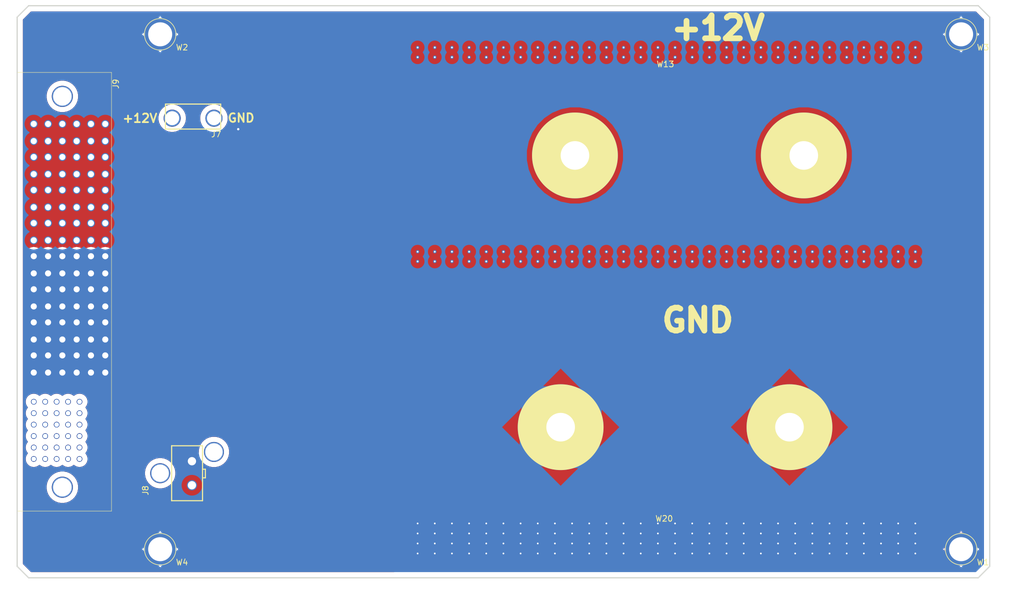
<source format=kicad_pcb>
(kicad_pcb (version 20171130) (host pcbnew "(5.1.6)-1")
  (layers (0 F.Cu signal) (31 B.Cu signal) (34 B.Paste user) (35 F.Paste user) (36 B.SilkS user) (37 F.SilkS user) (38 B.Mask user) (39 F.Mask user) (44 Edge.Cuts user))
  (net 0 "")
  (net 1 +12V)
  (net 2 GND)
  (net 3 "Net-(J9-PadA1)")
  (net 4 "Net-(J9-PadB1)")
  (net 5 "Net-(J9-PadC1)")
  (net 6 "Net-(J9-PadD1)")
  (net 7 "Net-(J9-PadE1)")
  (net 8 "Net-(J9-PadA2)")
  (net 9 "Net-(J9-PadB2)")
  (net 10 "Net-(J9-PadC2)")
  (net 11 "Net-(J9-PadD2)")
  (net 12 "Net-(J9-PadE2)")
  (net 13 "Net-(J9-PadA3)")
  (net 14 "Net-(J9-PadB3)")
  (net 15 "Net-(J9-PadC3)")
  (net 16 "Net-(J9-PadD3)")
  (net 17 "Net-(J9-PadE3)")
  (net 18 "Net-(J9-PadA4)")
  (net 19 "Net-(J9-PadB4)")
  (net 20 "Net-(J9-PadC4)")
  (net 21 "Net-(J9-PadD4)")
  (net 22 "Net-(J9-PadE4)")
  (net 23 "Net-(J9-PadA5)")
  (net 24 "Net-(J9-PadB5)")
  (net 25 "Net-(J9-PadC5)")
  (net 26 "Net-(J9-PadD5)")
  (net 27 "Net-(J9-PadE5)")
  (net 28 "Net-(J9-PadA6)")
  (net 29 "Net-(J9-PadB6)")
  (net 30 "Net-(J9-PadC6)")
  (net 31 "Net-(J9-PadD6)")
  (net 32 "Net-(J9-PadE6)")
  (module footprint_cts_gdrive:VIA-0.6mm (layer F.Cu) (at 212 52.3)
    (fp_text reference REF** hide)
    (fp_text value VIA-0.6mm hide)
    (pad 1 thru_hole circle (at 0 0) (size 0.6 0.6) (drill 0.3) (layers *.Cu) (net 1 +12V))
  )
  (module footprint_cts_gdrive:VIA-0.6mm (layer F.Cu) (at 209 52.3)
    (fp_text reference REF** hide)
    (fp_text value VIA-0.6mm hide)
    (pad 1 thru_hole circle (at 0 0) (size 0.6 0.6) (drill 0.3) (layers *.Cu) (net 1 +12V))
  )
  (module footprint_cts_gdrive:VIA-0.6mm (layer F.Cu) (at 206 52.3)
    (fp_text reference REF** hide)
    (fp_text value VIA-0.6mm hide)
    (pad 1 thru_hole circle (at 0 0) (size 0.6 0.6) (drill 0.3) (layers *.Cu) (net 1 +12V))
  )
  (module footprint_cts_gdrive:VIA-0.6mm (layer F.Cu) (at 203 52.3)
    (fp_text reference REF** hide)
    (fp_text value VIA-0.6mm hide)
    (pad 1 thru_hole circle (at 0 0) (size 0.6 0.6) (drill 0.3) (layers *.Cu) (net 1 +12V))
  )
  (module footprint_cts_gdrive:VIA-0.6mm (layer F.Cu) (at 200 52.3)
    (fp_text reference REF** hide)
    (fp_text value VIA-0.6mm hide)
    (pad 1 thru_hole circle (at 0 0) (size 0.6 0.6) (drill 0.3) (layers *.Cu) (net 1 +12V))
  )
  (module footprint_cts_gdrive:VIA-0.6mm (layer F.Cu) (at 197 52.3)
    (fp_text reference REF** hide)
    (fp_text value VIA-0.6mm hide)
    (pad 1 thru_hole circle (at 0 0) (size 0.6 0.6) (drill 0.3) (layers *.Cu) (net 1 +12V))
  )
  (module footprint_cts_gdrive:VIA-0.6mm (layer F.Cu) (at 194 52.3)
    (fp_text reference REF** hide)
    (fp_text value VIA-0.6mm hide)
    (pad 1 thru_hole circle (at 0 0) (size 0.6 0.6) (drill 0.3) (layers *.Cu) (net 1 +12V))
  )
  (module footprint_cts_gdrive:VIA-0.6mm (layer F.Cu) (at 191 52.3)
    (fp_text reference REF** hide)
    (fp_text value VIA-0.6mm hide)
    (pad 1 thru_hole circle (at 0 0) (size 0.6 0.6) (drill 0.3) (layers *.Cu) (net 1 +12V))
  )
  (module footprint_cts_gdrive:VIA-0.6mm (layer F.Cu) (at 188 52.3)
    (fp_text reference REF** hide)
    (fp_text value VIA-0.6mm hide)
    (pad 1 thru_hole circle (at 0 0) (size 0.6 0.6) (drill 0.3) (layers *.Cu) (net 1 +12V))
  )
  (module footprint_cts_gdrive:VIA-0.6mm (layer F.Cu) (at 185 52.3)
    (fp_text reference REF** hide)
    (fp_text value VIA-0.6mm hide)
    (pad 1 thru_hole circle (at 0 0) (size 0.6 0.6) (drill 0.3) (layers *.Cu) (net 1 +12V))
  )
  (module footprint_cts_gdrive:VIA-0.6mm (layer F.Cu) (at 182 52.3)
    (fp_text reference REF** hide)
    (fp_text value VIA-0.6mm hide)
    (pad 1 thru_hole circle (at 0 0) (size 0.6 0.6) (drill 0.3) (layers *.Cu) (net 1 +12V))
  )
  (module footprint_cts_gdrive:VIA-0.6mm (layer F.Cu) (at 179 52.3)
    (fp_text reference REF** hide)
    (fp_text value VIA-0.6mm hide)
    (pad 1 thru_hole circle (at 0 0) (size 0.6 0.6) (drill 0.3) (layers *.Cu) (net 1 +12V))
  )
  (module footprint_cts_gdrive:VIA-0.6mm (layer F.Cu) (at 176 52.3)
    (fp_text reference REF** hide)
    (fp_text value VIA-0.6mm hide)
    (pad 1 thru_hole circle (at 0 0) (size 0.6 0.6) (drill 0.3) (layers *.Cu) (net 1 +12V))
  )
  (module footprint_cts_gdrive:VIA-0.6mm (layer F.Cu) (at 173 52.3)
    (fp_text reference REF** hide)
    (fp_text value VIA-0.6mm hide)
    (pad 1 thru_hole circle (at 0 0) (size 0.6 0.6) (drill 0.3) (layers *.Cu) (net 1 +12V))
  )
  (module footprint_cts_gdrive:VIA-0.6mm (layer F.Cu) (at 170 52.3)
    (fp_text reference REF** hide)
    (fp_text value VIA-0.6mm hide)
    (pad 1 thru_hole circle (at 0 0) (size 0.6 0.6) (drill 0.3) (layers *.Cu) (net 1 +12V))
  )
  (module footprint_cts_gdrive:VIA-0.6mm (layer F.Cu) (at 167 52.3)
    (fp_text reference REF** hide)
    (fp_text value VIA-0.6mm hide)
    (pad 1 thru_hole circle (at 0 0) (size 0.6 0.6) (drill 0.3) (layers *.Cu) (net 1 +12V))
  )
  (module footprint_cts_gdrive:VIA-0.6mm (layer F.Cu) (at 164 52.3)
    (fp_text reference REF** hide)
    (fp_text value VIA-0.6mm hide)
    (pad 1 thru_hole circle (at 0 0) (size 0.6 0.6) (drill 0.3) (layers *.Cu) (net 1 +12V))
  )
  (module footprint_cts_gdrive:VIA-0.6mm (layer F.Cu) (at 161 52.3)
    (fp_text reference REF** hide)
    (fp_text value VIA-0.6mm hide)
    (pad 1 thru_hole circle (at 0 0) (size 0.6 0.6) (drill 0.3) (layers *.Cu) (net 1 +12V))
  )
  (module footprint_cts_gdrive:VIA-0.6mm (layer F.Cu) (at 158 52.3)
    (fp_text reference REF** hide)
    (fp_text value VIA-0.6mm hide)
    (pad 1 thru_hole circle (at 0 0) (size 0.6 0.6) (drill 0.3) (layers *.Cu) (net 1 +12V))
  )
  (module footprint_cts_gdrive:VIA-0.6mm (layer F.Cu) (at 155 52.3)
    (fp_text reference REF** hide)
    (fp_text value VIA-0.6mm hide)
    (pad 1 thru_hole circle (at 0 0) (size 0.6 0.6) (drill 0.3) (layers *.Cu) (net 1 +12V))
  )
  (module footprint_cts_gdrive:VIA-0.6mm (layer F.Cu) (at 152 52.3)
    (fp_text reference REF** hide)
    (fp_text value VIA-0.6mm hide)
    (pad 1 thru_hole circle (at 0 0) (size 0.6 0.6) (drill 0.3) (layers *.Cu) (net 1 +12V))
  )
  (module footprint_cts_gdrive:VIA-0.6mm (layer F.Cu) (at 149 52.3)
    (fp_text reference REF** hide)
    (fp_text value VIA-0.6mm hide)
    (pad 1 thru_hole circle (at 0 0) (size 0.6 0.6) (drill 0.3) (layers *.Cu) (net 1 +12V))
  )
  (module footprint_cts_gdrive:VIA-0.6mm (layer F.Cu) (at 146 52.3)
    (fp_text reference REF** hide)
    (fp_text value VIA-0.6mm hide)
    (pad 1 thru_hole circle (at 0 0) (size 0.6 0.6) (drill 0.3) (layers *.Cu) (net 1 +12V))
  )
  (module footprint_cts_gdrive:VIA-0.6mm (layer F.Cu) (at 143 52.3)
    (fp_text reference REF** hide)
    (fp_text value VIA-0.6mm hide)
    (pad 1 thru_hole circle (at 0 0) (size 0.6 0.6) (drill 0.3) (layers *.Cu) (net 1 +12V))
  )
  (module footprint_cts_gdrive:VIA-0.6mm (layer F.Cu) (at 140 52.3)
    (fp_text reference REF** hide)
    (fp_text value VIA-0.6mm hide)
    (pad 1 thru_hole circle (at 0 0) (size 0.6 0.6) (drill 0.3) (layers *.Cu) (net 1 +12V))
  )
  (module footprint_cts_gdrive:VIA-0.6mm (layer F.Cu) (at 137 52.3)
    (fp_text reference REF** hide)
    (fp_text value VIA-0.6mm hide)
    (pad 1 thru_hole circle (at 0 0) (size 0.6 0.6) (drill 0.3) (layers *.Cu) (net 1 +12V))
  )
  (module footprint_cts_gdrive:VIA-0.6mm (layer F.Cu) (at 134 52.3)
    (fp_text reference REF** hide)
    (fp_text value VIA-0.6mm hide)
    (pad 1 thru_hole circle (at 0 0) (size 0.6 0.6) (drill 0.3) (layers *.Cu) (net 1 +12V))
  )
  (module footprint_cts_gdrive:VIA-0.6mm (layer F.Cu) (at 131 52.3)
    (fp_text reference REF** hide)
    (fp_text value VIA-0.6mm hide)
    (pad 1 thru_hole circle (at 0 0) (size 0.6 0.6) (drill 0.3) (layers *.Cu) (net 1 +12V))
  )
  (module footprint_cts_gdrive:VIA-0.6mm (layer F.Cu) (at 128 52.3)
    (fp_text reference REF** hide)
    (fp_text value VIA-0.6mm hide)
    (pad 1 thru_hole circle (at 0 0) (size 0.6 0.6) (drill 0.3) (layers *.Cu) (net 1 +12V))
  )
  (module footprint_cts_gdrive:VIA-0.6mm (layer F.Cu) (at 125 52.3)
    (fp_text reference REF** hide)
    (fp_text value VIA-0.6mm hide)
    (pad 1 thru_hole circle (at 0 0) (size 0.6 0.6) (drill 0.3) (layers *.Cu) (net 1 +12V))
  )
  (module footprint_cts_gdrive:VIA-0.6mm (layer F.Cu) (at 212 54)
    (fp_text reference REF** hide)
    (fp_text value VIA-0.6mm hide)
    (pad 1 thru_hole circle (at 0 0) (size 0.6 0.6) (drill 0.3) (layers *.Cu) (net 1 +12V))
  )
  (module footprint_cts_gdrive:VIA-0.6mm (layer F.Cu) (at 209 54)
    (fp_text reference REF** hide)
    (fp_text value VIA-0.6mm hide)
    (pad 1 thru_hole circle (at 0 0) (size 0.6 0.6) (drill 0.3) (layers *.Cu) (net 1 +12V))
  )
  (module footprint_cts_gdrive:VIA-0.6mm (layer F.Cu) (at 206 54)
    (fp_text reference REF** hide)
    (fp_text value VIA-0.6mm hide)
    (pad 1 thru_hole circle (at 0 0) (size 0.6 0.6) (drill 0.3) (layers *.Cu) (net 1 +12V))
  )
  (module footprint_cts_gdrive:VIA-0.6mm (layer F.Cu) (at 203 54)
    (fp_text reference REF** hide)
    (fp_text value VIA-0.6mm hide)
    (pad 1 thru_hole circle (at 0 0) (size 0.6 0.6) (drill 0.3) (layers *.Cu) (net 1 +12V))
  )
  (module footprint_cts_gdrive:VIA-0.6mm (layer F.Cu) (at 200 54)
    (fp_text reference REF** hide)
    (fp_text value VIA-0.6mm hide)
    (pad 1 thru_hole circle (at 0 0) (size 0.6 0.6) (drill 0.3) (layers *.Cu) (net 1 +12V))
  )
  (module footprint_cts_gdrive:VIA-0.6mm (layer F.Cu) (at 197 54)
    (fp_text reference REF** hide)
    (fp_text value VIA-0.6mm hide)
    (pad 1 thru_hole circle (at 0 0) (size 0.6 0.6) (drill 0.3) (layers *.Cu) (net 1 +12V))
  )
  (module footprint_cts_gdrive:VIA-0.6mm (layer F.Cu) (at 194 54)
    (fp_text reference REF** hide)
    (fp_text value VIA-0.6mm hide)
    (pad 1 thru_hole circle (at 0 0) (size 0.6 0.6) (drill 0.3) (layers *.Cu) (net 1 +12V))
  )
  (module footprint_cts_gdrive:VIA-0.6mm (layer F.Cu) (at 191 54)
    (fp_text reference REF** hide)
    (fp_text value VIA-0.6mm hide)
    (pad 1 thru_hole circle (at 0 0) (size 0.6 0.6) (drill 0.3) (layers *.Cu) (net 1 +12V))
  )
  (module footprint_cts_gdrive:VIA-0.6mm (layer F.Cu) (at 188 54)
    (fp_text reference REF** hide)
    (fp_text value VIA-0.6mm hide)
    (pad 1 thru_hole circle (at 0 0) (size 0.6 0.6) (drill 0.3) (layers *.Cu) (net 1 +12V))
  )
  (module footprint_cts_gdrive:VIA-0.6mm (layer F.Cu) (at 185 54)
    (fp_text reference REF** hide)
    (fp_text value VIA-0.6mm hide)
    (pad 1 thru_hole circle (at 0 0) (size 0.6 0.6) (drill 0.3) (layers *.Cu) (net 1 +12V))
  )
  (module footprint_cts_gdrive:VIA-0.6mm (layer F.Cu) (at 182 54)
    (fp_text reference REF** hide)
    (fp_text value VIA-0.6mm hide)
    (pad 1 thru_hole circle (at 0 0) (size 0.6 0.6) (drill 0.3) (layers *.Cu) (net 1 +12V))
  )
  (module footprint_cts_gdrive:VIA-0.6mm (layer F.Cu) (at 179 54)
    (fp_text reference REF** hide)
    (fp_text value VIA-0.6mm hide)
    (pad 1 thru_hole circle (at 0 0) (size 0.6 0.6) (drill 0.3) (layers *.Cu) (net 1 +12V))
  )
  (module footprint_cts_gdrive:VIA-0.6mm (layer F.Cu) (at 176 54)
    (fp_text reference REF** hide)
    (fp_text value VIA-0.6mm hide)
    (pad 1 thru_hole circle (at 0 0) (size 0.6 0.6) (drill 0.3) (layers *.Cu) (net 1 +12V))
  )
  (module footprint_cts_gdrive:VIA-0.6mm (layer F.Cu) (at 173 54)
    (fp_text reference REF** hide)
    (fp_text value VIA-0.6mm hide)
    (pad 1 thru_hole circle (at 0 0) (size 0.6 0.6) (drill 0.3) (layers *.Cu) (net 1 +12V))
  )
  (module footprint_cts_gdrive:VIA-0.6mm (layer F.Cu) (at 170 54)
    (fp_text reference REF** hide)
    (fp_text value VIA-0.6mm hide)
    (pad 1 thru_hole circle (at 0 0) (size 0.6 0.6) (drill 0.3) (layers *.Cu) (net 1 +12V))
  )
  (module footprint_cts_gdrive:VIA-0.6mm (layer F.Cu) (at 167 54)
    (fp_text reference REF** hide)
    (fp_text value VIA-0.6mm hide)
    (pad 1 thru_hole circle (at 0 0) (size 0.6 0.6) (drill 0.3) (layers *.Cu) (net 1 +12V))
  )
  (module footprint_cts_gdrive:VIA-0.6mm (layer F.Cu) (at 164 54)
    (fp_text reference REF** hide)
    (fp_text value VIA-0.6mm hide)
    (pad 1 thru_hole circle (at 0 0) (size 0.6 0.6) (drill 0.3) (layers *.Cu) (net 1 +12V))
  )
  (module footprint_cts_gdrive:VIA-0.6mm (layer F.Cu) (at 161 54)
    (fp_text reference REF** hide)
    (fp_text value VIA-0.6mm hide)
    (pad 1 thru_hole circle (at 0 0) (size 0.6 0.6) (drill 0.3) (layers *.Cu) (net 1 +12V))
  )
  (module footprint_cts_gdrive:VIA-0.6mm (layer F.Cu) (at 158 54)
    (fp_text reference REF** hide)
    (fp_text value VIA-0.6mm hide)
    (pad 1 thru_hole circle (at 0 0) (size 0.6 0.6) (drill 0.3) (layers *.Cu) (net 1 +12V))
  )
  (module footprint_cts_gdrive:VIA-0.6mm (layer F.Cu) (at 155 54)
    (fp_text reference REF** hide)
    (fp_text value VIA-0.6mm hide)
    (pad 1 thru_hole circle (at 0 0) (size 0.6 0.6) (drill 0.3) (layers *.Cu) (net 1 +12V))
  )
  (module footprint_cts_gdrive:VIA-0.6mm (layer F.Cu) (at 152 54)
    (fp_text reference REF** hide)
    (fp_text value VIA-0.6mm hide)
    (pad 1 thru_hole circle (at 0 0) (size 0.6 0.6) (drill 0.3) (layers *.Cu) (net 1 +12V))
  )
  (module footprint_cts_gdrive:VIA-0.6mm (layer F.Cu) (at 149 54)
    (fp_text reference REF** hide)
    (fp_text value VIA-0.6mm hide)
    (pad 1 thru_hole circle (at 0 0) (size 0.6 0.6) (drill 0.3) (layers *.Cu) (net 1 +12V))
  )
  (module footprint_cts_gdrive:VIA-0.6mm (layer F.Cu) (at 146 54)
    (fp_text reference REF** hide)
    (fp_text value VIA-0.6mm hide)
    (pad 1 thru_hole circle (at 0 0) (size 0.6 0.6) (drill 0.3) (layers *.Cu) (net 1 +12V))
  )
  (module footprint_cts_gdrive:VIA-0.6mm (layer F.Cu) (at 143 54)
    (fp_text reference REF** hide)
    (fp_text value VIA-0.6mm hide)
    (pad 1 thru_hole circle (at 0 0) (size 0.6 0.6) (drill 0.3) (layers *.Cu) (net 1 +12V))
  )
  (module footprint_cts_gdrive:VIA-0.6mm (layer F.Cu) (at 140 54)
    (fp_text reference REF** hide)
    (fp_text value VIA-0.6mm hide)
    (pad 1 thru_hole circle (at 0 0) (size 0.6 0.6) (drill 0.3) (layers *.Cu) (net 1 +12V))
  )
  (module footprint_cts_gdrive:VIA-0.6mm (layer F.Cu) (at 137 54)
    (fp_text reference REF** hide)
    (fp_text value VIA-0.6mm hide)
    (pad 1 thru_hole circle (at 0 0) (size 0.6 0.6) (drill 0.3) (layers *.Cu) (net 1 +12V))
  )
  (module footprint_cts_gdrive:VIA-0.6mm (layer F.Cu) (at 134 54)
    (fp_text reference REF** hide)
    (fp_text value VIA-0.6mm hide)
    (pad 1 thru_hole circle (at 0 0) (size 0.6 0.6) (drill 0.3) (layers *.Cu) (net 1 +12V))
  )
  (module footprint_cts_gdrive:VIA-0.6mm (layer F.Cu) (at 131 54)
    (fp_text reference REF** hide)
    (fp_text value VIA-0.6mm hide)
    (pad 1 thru_hole circle (at 0 0) (size 0.6 0.6) (drill 0.3) (layers *.Cu) (net 1 +12V))
  )
  (module footprint_cts_gdrive:VIA-0.6mm (layer F.Cu) (at 128 54)
    (fp_text reference REF** hide)
    (fp_text value VIA-0.6mm hide)
    (pad 1 thru_hole circle (at 0 0) (size 0.6 0.6) (drill 0.3) (layers *.Cu) (net 1 +12V))
  )
  (module footprint_cts_gdrive:VIA-0.6mm (layer F.Cu) (at 212 89.7)
    (fp_text reference REF** hide)
    (fp_text value VIA-0.6mm hide)
    (pad 1 thru_hole circle (at 0 0) (size 0.6 0.6) (drill 0.3) (layers *.Cu) (net 1 +12V))
  )
  (module footprint_cts_gdrive:VIA-0.6mm (layer F.Cu) (at 209 89.7)
    (fp_text reference REF** hide)
    (fp_text value VIA-0.6mm hide)
    (pad 1 thru_hole circle (at 0 0) (size 0.6 0.6) (drill 0.3) (layers *.Cu) (net 1 +12V))
  )
  (module footprint_cts_gdrive:VIA-0.6mm (layer F.Cu) (at 206 89.7)
    (fp_text reference REF** hide)
    (fp_text value VIA-0.6mm hide)
    (pad 1 thru_hole circle (at 0 0) (size 0.6 0.6) (drill 0.3) (layers *.Cu) (net 1 +12V))
  )
  (module footprint_cts_gdrive:VIA-0.6mm (layer F.Cu) (at 203 89.7)
    (fp_text reference REF** hide)
    (fp_text value VIA-0.6mm hide)
    (pad 1 thru_hole circle (at 0 0) (size 0.6 0.6) (drill 0.3) (layers *.Cu) (net 1 +12V))
  )
  (module footprint_cts_gdrive:VIA-0.6mm (layer F.Cu) (at 200 89.7)
    (fp_text reference REF** hide)
    (fp_text value VIA-0.6mm hide)
    (pad 1 thru_hole circle (at 0 0) (size 0.6 0.6) (drill 0.3) (layers *.Cu) (net 1 +12V))
  )
  (module footprint_cts_gdrive:VIA-0.6mm (layer F.Cu) (at 197 89.7)
    (fp_text reference REF** hide)
    (fp_text value VIA-0.6mm hide)
    (pad 1 thru_hole circle (at 0 0) (size 0.6 0.6) (drill 0.3) (layers *.Cu) (net 1 +12V))
  )
  (module footprint_cts_gdrive:VIA-0.6mm (layer F.Cu) (at 194 89.7)
    (fp_text reference REF** hide)
    (fp_text value VIA-0.6mm hide)
    (pad 1 thru_hole circle (at 0 0) (size 0.6 0.6) (drill 0.3) (layers *.Cu) (net 1 +12V))
  )
  (module footprint_cts_gdrive:VIA-0.6mm (layer F.Cu) (at 191 89.7)
    (fp_text reference REF** hide)
    (fp_text value VIA-0.6mm hide)
    (pad 1 thru_hole circle (at 0 0) (size 0.6 0.6) (drill 0.3) (layers *.Cu) (net 1 +12V))
  )
  (module footprint_cts_gdrive:VIA-0.6mm (layer F.Cu) (at 188 89.7)
    (fp_text reference REF** hide)
    (fp_text value VIA-0.6mm hide)
    (pad 1 thru_hole circle (at 0 0) (size 0.6 0.6) (drill 0.3) (layers *.Cu) (net 1 +12V))
  )
  (module footprint_cts_gdrive:VIA-0.6mm (layer F.Cu) (at 185 89.7)
    (fp_text reference REF** hide)
    (fp_text value VIA-0.6mm hide)
    (pad 1 thru_hole circle (at 0 0) (size 0.6 0.6) (drill 0.3) (layers *.Cu) (net 1 +12V))
  )
  (module footprint_cts_gdrive:VIA-0.6mm (layer F.Cu) (at 182 89.7)
    (fp_text reference REF** hide)
    (fp_text value VIA-0.6mm hide)
    (pad 1 thru_hole circle (at 0 0) (size 0.6 0.6) (drill 0.3) (layers *.Cu) (net 1 +12V))
  )
  (module footprint_cts_gdrive:VIA-0.6mm (layer F.Cu) (at 179 89.7)
    (fp_text reference REF** hide)
    (fp_text value VIA-0.6mm hide)
    (pad 1 thru_hole circle (at 0 0) (size 0.6 0.6) (drill 0.3) (layers *.Cu) (net 1 +12V))
  )
  (module footprint_cts_gdrive:VIA-0.6mm (layer F.Cu) (at 176 89.7)
    (fp_text reference REF** hide)
    (fp_text value VIA-0.6mm hide)
    (pad 1 thru_hole circle (at 0 0) (size 0.6 0.6) (drill 0.3) (layers *.Cu) (net 1 +12V))
  )
  (module footprint_cts_gdrive:VIA-0.6mm (layer F.Cu) (at 173 89.7)
    (fp_text reference REF** hide)
    (fp_text value VIA-0.6mm hide)
    (pad 1 thru_hole circle (at 0 0) (size 0.6 0.6) (drill 0.3) (layers *.Cu) (net 1 +12V))
  )
  (module footprint_cts_gdrive:VIA-0.6mm (layer F.Cu) (at 170 89.7)
    (fp_text reference REF** hide)
    (fp_text value VIA-0.6mm hide)
    (pad 1 thru_hole circle (at 0 0) (size 0.6 0.6) (drill 0.3) (layers *.Cu) (net 1 +12V))
  )
  (module footprint_cts_gdrive:VIA-0.6mm (layer F.Cu) (at 167 89.7)
    (fp_text reference REF** hide)
    (fp_text value VIA-0.6mm hide)
    (pad 1 thru_hole circle (at 0 0) (size 0.6 0.6) (drill 0.3) (layers *.Cu) (net 1 +12V))
  )
  (module footprint_cts_gdrive:VIA-0.6mm (layer F.Cu) (at 164 89.7)
    (fp_text reference REF** hide)
    (fp_text value VIA-0.6mm hide)
    (pad 1 thru_hole circle (at 0 0) (size 0.6 0.6) (drill 0.3) (layers *.Cu) (net 1 +12V))
  )
  (module footprint_cts_gdrive:VIA-0.6mm (layer F.Cu) (at 161 89.7)
    (fp_text reference REF** hide)
    (fp_text value VIA-0.6mm hide)
    (pad 1 thru_hole circle (at 0 0) (size 0.6 0.6) (drill 0.3) (layers *.Cu) (net 1 +12V))
  )
  (module footprint_cts_gdrive:VIA-0.6mm (layer F.Cu) (at 158 89.7)
    (fp_text reference REF** hide)
    (fp_text value VIA-0.6mm hide)
    (pad 1 thru_hole circle (at 0 0) (size 0.6 0.6) (drill 0.3) (layers *.Cu) (net 1 +12V))
  )
  (module footprint_cts_gdrive:VIA-0.6mm (layer F.Cu) (at 155 89.7)
    (fp_text reference REF** hide)
    (fp_text value VIA-0.6mm hide)
    (pad 1 thru_hole circle (at 0 0) (size 0.6 0.6) (drill 0.3) (layers *.Cu) (net 1 +12V))
  )
  (module footprint_cts_gdrive:VIA-0.6mm (layer F.Cu) (at 152 89.7)
    (fp_text reference REF** hide)
    (fp_text value VIA-0.6mm hide)
    (pad 1 thru_hole circle (at 0 0) (size 0.6 0.6) (drill 0.3) (layers *.Cu) (net 1 +12V))
  )
  (module footprint_cts_gdrive:VIA-0.6mm (layer F.Cu) (at 149 89.7)
    (fp_text reference REF** hide)
    (fp_text value VIA-0.6mm hide)
    (pad 1 thru_hole circle (at 0 0) (size 0.6 0.6) (drill 0.3) (layers *.Cu) (net 1 +12V))
  )
  (module footprint_cts_gdrive:VIA-0.6mm (layer F.Cu) (at 146 89.7)
    (fp_text reference REF** hide)
    (fp_text value VIA-0.6mm hide)
    (pad 1 thru_hole circle (at 0 0) (size 0.6 0.6) (drill 0.3) (layers *.Cu) (net 1 +12V))
  )
  (module footprint_cts_gdrive:VIA-0.6mm (layer F.Cu) (at 143 89.7)
    (fp_text reference REF** hide)
    (fp_text value VIA-0.6mm hide)
    (pad 1 thru_hole circle (at 0 0) (size 0.6 0.6) (drill 0.3) (layers *.Cu) (net 1 +12V))
  )
  (module footprint_cts_gdrive:VIA-0.6mm (layer F.Cu) (at 140 89.7)
    (fp_text reference REF** hide)
    (fp_text value VIA-0.6mm hide)
    (pad 1 thru_hole circle (at 0 0) (size 0.6 0.6) (drill 0.3) (layers *.Cu) (net 1 +12V))
  )
  (module footprint_cts_gdrive:VIA-0.6mm (layer F.Cu) (at 137 89.7)
    (fp_text reference REF** hide)
    (fp_text value VIA-0.6mm hide)
    (pad 1 thru_hole circle (at 0 0) (size 0.6 0.6) (drill 0.3) (layers *.Cu) (net 1 +12V))
  )
  (module footprint_cts_gdrive:VIA-0.6mm (layer F.Cu) (at 134 89.7)
    (fp_text reference REF** hide)
    (fp_text value VIA-0.6mm hide)
    (pad 1 thru_hole circle (at 0 0) (size 0.6 0.6) (drill 0.3) (layers *.Cu) (net 1 +12V))
  )
  (module footprint_cts_gdrive:VIA-0.6mm (layer F.Cu) (at 131 89.7)
    (fp_text reference REF** hide)
    (fp_text value VIA-0.6mm hide)
    (pad 1 thru_hole circle (at 0 0) (size 0.6 0.6) (drill 0.3) (layers *.Cu) (net 1 +12V))
  )
  (module footprint_cts_gdrive:VIA-0.6mm (layer F.Cu) (at 128 89.7)
    (fp_text reference REF** hide)
    (fp_text value VIA-0.6mm hide)
    (pad 1 thru_hole circle (at 0 0) (size 0.6 0.6) (drill 0.3) (layers *.Cu) (net 1 +12V))
  )
  (module footprint_cts_gdrive:VIA-0.6mm (layer F.Cu) (at 125 89.7)
    (fp_text reference REF** hide)
    (fp_text value VIA-0.6mm hide)
    (pad 1 thru_hole circle (at 0 0) (size 0.6 0.6) (drill 0.3) (layers *.Cu) (net 1 +12V))
  )
  (module footprint_cts_gdrive:VIA-0.6mm (layer F.Cu) (at 212 88)
    (fp_text reference REF** hide)
    (fp_text value VIA-0.6mm hide)
    (pad 1 thru_hole circle (at 0 0) (size 0.6 0.6) (drill 0.3) (layers *.Cu) (net 1 +12V))
  )
  (module footprint_cts_gdrive:VIA-0.6mm (layer F.Cu) (at 209 88)
    (fp_text reference REF** hide)
    (fp_text value VIA-0.6mm hide)
    (pad 1 thru_hole circle (at 0 0) (size 0.6 0.6) (drill 0.3) (layers *.Cu) (net 1 +12V))
  )
  (module footprint_cts_gdrive:VIA-0.6mm (layer F.Cu) (at 206 88)
    (fp_text reference REF** hide)
    (fp_text value VIA-0.6mm hide)
    (pad 1 thru_hole circle (at 0 0) (size 0.6 0.6) (drill 0.3) (layers *.Cu) (net 1 +12V))
  )
  (module footprint_cts_gdrive:VIA-0.6mm (layer F.Cu) (at 203 88)
    (fp_text reference REF** hide)
    (fp_text value VIA-0.6mm hide)
    (pad 1 thru_hole circle (at 0 0) (size 0.6 0.6) (drill 0.3) (layers *.Cu) (net 1 +12V))
  )
  (module footprint_cts_gdrive:VIA-0.6mm (layer F.Cu) (at 200 88)
    (fp_text reference REF** hide)
    (fp_text value VIA-0.6mm hide)
    (pad 1 thru_hole circle (at 0 0) (size 0.6 0.6) (drill 0.3) (layers *.Cu) (net 1 +12V))
  )
  (module footprint_cts_gdrive:VIA-0.6mm (layer F.Cu) (at 197 88)
    (fp_text reference REF** hide)
    (fp_text value VIA-0.6mm hide)
    (pad 1 thru_hole circle (at 0 0) (size 0.6 0.6) (drill 0.3) (layers *.Cu) (net 1 +12V))
  )
  (module footprint_cts_gdrive:VIA-0.6mm (layer F.Cu) (at 194 88)
    (fp_text reference REF** hide)
    (fp_text value VIA-0.6mm hide)
    (pad 1 thru_hole circle (at 0 0) (size 0.6 0.6) (drill 0.3) (layers *.Cu) (net 1 +12V))
  )
  (module footprint_cts_gdrive:VIA-0.6mm (layer F.Cu) (at 191 88)
    (fp_text reference REF** hide)
    (fp_text value VIA-0.6mm hide)
    (pad 1 thru_hole circle (at 0 0) (size 0.6 0.6) (drill 0.3) (layers *.Cu) (net 1 +12V))
  )
  (module footprint_cts_gdrive:VIA-0.6mm (layer F.Cu) (at 188 88)
    (fp_text reference REF** hide)
    (fp_text value VIA-0.6mm hide)
    (pad 1 thru_hole circle (at 0 0) (size 0.6 0.6) (drill 0.3) (layers *.Cu) (net 1 +12V))
  )
  (module footprint_cts_gdrive:VIA-0.6mm (layer F.Cu) (at 185 88)
    (fp_text reference REF** hide)
    (fp_text value VIA-0.6mm hide)
    (pad 1 thru_hole circle (at 0 0) (size 0.6 0.6) (drill 0.3) (layers *.Cu) (net 1 +12V))
  )
  (module footprint_cts_gdrive:VIA-0.6mm (layer F.Cu) (at 182 88)
    (fp_text reference REF** hide)
    (fp_text value VIA-0.6mm hide)
    (pad 1 thru_hole circle (at 0 0) (size 0.6 0.6) (drill 0.3) (layers *.Cu) (net 1 +12V))
  )
  (module footprint_cts_gdrive:VIA-0.6mm (layer F.Cu) (at 179 88)
    (fp_text reference REF** hide)
    (fp_text value VIA-0.6mm hide)
    (pad 1 thru_hole circle (at 0 0) (size 0.6 0.6) (drill 0.3) (layers *.Cu) (net 1 +12V))
  )
  (module footprint_cts_gdrive:VIA-0.6mm (layer F.Cu) (at 176 88)
    (fp_text reference REF** hide)
    (fp_text value VIA-0.6mm hide)
    (pad 1 thru_hole circle (at 0 0) (size 0.6 0.6) (drill 0.3) (layers *.Cu) (net 1 +12V))
  )
  (module footprint_cts_gdrive:VIA-0.6mm (layer F.Cu) (at 173 88)
    (fp_text reference REF** hide)
    (fp_text value VIA-0.6mm hide)
    (pad 1 thru_hole circle (at 0 0) (size 0.6 0.6) (drill 0.3) (layers *.Cu) (net 1 +12V))
  )
  (module footprint_cts_gdrive:VIA-0.6mm (layer F.Cu) (at 170 88)
    (fp_text reference REF** hide)
    (fp_text value VIA-0.6mm hide)
    (pad 1 thru_hole circle (at 0 0) (size 0.6 0.6) (drill 0.3) (layers *.Cu) (net 1 +12V))
  )
  (module footprint_cts_gdrive:VIA-0.6mm (layer F.Cu) (at 167 88)
    (fp_text reference REF** hide)
    (fp_text value VIA-0.6mm hide)
    (pad 1 thru_hole circle (at 0 0) (size 0.6 0.6) (drill 0.3) (layers *.Cu) (net 1 +12V))
  )
  (module footprint_cts_gdrive:VIA-0.6mm (layer F.Cu) (at 164 88)
    (fp_text reference REF** hide)
    (fp_text value VIA-0.6mm hide)
    (pad 1 thru_hole circle (at 0 0) (size 0.6 0.6) (drill 0.3) (layers *.Cu) (net 1 +12V))
  )
  (module footprint_cts_gdrive:VIA-0.6mm (layer F.Cu) (at 161 88)
    (fp_text reference REF** hide)
    (fp_text value VIA-0.6mm hide)
    (pad 1 thru_hole circle (at 0 0) (size 0.6 0.6) (drill 0.3) (layers *.Cu) (net 1 +12V))
  )
  (module footprint_cts_gdrive:VIA-0.6mm (layer F.Cu) (at 158 88)
    (fp_text reference REF** hide)
    (fp_text value VIA-0.6mm hide)
    (pad 1 thru_hole circle (at 0 0) (size 0.6 0.6) (drill 0.3) (layers *.Cu) (net 1 +12V))
  )
  (module footprint_cts_gdrive:VIA-0.6mm (layer F.Cu) (at 155 88)
    (fp_text reference REF** hide)
    (fp_text value VIA-0.6mm hide)
    (pad 1 thru_hole circle (at 0 0) (size 0.6 0.6) (drill 0.3) (layers *.Cu) (net 1 +12V))
  )
  (module footprint_cts_gdrive:VIA-0.6mm (layer F.Cu) (at 152 88)
    (fp_text reference REF** hide)
    (fp_text value VIA-0.6mm hide)
    (pad 1 thru_hole circle (at 0 0) (size 0.6 0.6) (drill 0.3) (layers *.Cu) (net 1 +12V))
  )
  (module footprint_cts_gdrive:VIA-0.6mm (layer F.Cu) (at 149 88)
    (fp_text reference REF** hide)
    (fp_text value VIA-0.6mm hide)
    (pad 1 thru_hole circle (at 0 0) (size 0.6 0.6) (drill 0.3) (layers *.Cu) (net 1 +12V))
  )
  (module footprint_cts_gdrive:VIA-0.6mm (layer F.Cu) (at 146 88)
    (fp_text reference REF** hide)
    (fp_text value VIA-0.6mm hide)
    (pad 1 thru_hole circle (at 0 0) (size 0.6 0.6) (drill 0.3) (layers *.Cu) (net 1 +12V))
  )
  (module footprint_cts_gdrive:VIA-0.6mm (layer F.Cu) (at 143 88)
    (fp_text reference REF** hide)
    (fp_text value VIA-0.6mm hide)
    (pad 1 thru_hole circle (at 0 0) (size 0.6 0.6) (drill 0.3) (layers *.Cu) (net 1 +12V))
  )
  (module footprint_cts_gdrive:VIA-0.6mm (layer F.Cu) (at 140 88)
    (fp_text reference REF** hide)
    (fp_text value VIA-0.6mm hide)
    (pad 1 thru_hole circle (at 0 0) (size 0.6 0.6) (drill 0.3) (layers *.Cu) (net 1 +12V))
  )
  (module footprint_cts_gdrive:VIA-0.6mm (layer F.Cu) (at 137 88)
    (fp_text reference REF** hide)
    (fp_text value VIA-0.6mm hide)
    (pad 1 thru_hole circle (at 0 0) (size 0.6 0.6) (drill 0.3) (layers *.Cu) (net 1 +12V))
  )
  (module footprint_cts_gdrive:VIA-0.6mm (layer F.Cu) (at 134 88)
    (fp_text reference REF** hide)
    (fp_text value VIA-0.6mm hide)
    (pad 1 thru_hole circle (at 0 0) (size 0.6 0.6) (drill 0.3) (layers *.Cu) (net 1 +12V))
  )
  (module footprint_cts_gdrive:VIA-0.6mm (layer F.Cu) (at 131 88)
    (fp_text reference REF** hide)
    (fp_text value VIA-0.6mm hide)
    (pad 1 thru_hole circle (at 0 0) (size 0.6 0.6) (drill 0.3) (layers *.Cu) (net 1 +12V))
  )
  (module footprint_cts_gdrive:VIA-0.6mm (layer F.Cu) (at 128 88)
    (fp_text reference REF** hide)
    (fp_text value VIA-0.6mm hide)
    (pad 1 thru_hole circle (at 0 0) (size 0.6 0.6) (drill 0.3) (layers *.Cu) (net 1 +12V))
  )
  (module footprint_cts:VIA-0.6mm (layer F.Cu) (at 212 140.75)
    (fp_text reference REF** hide)
    (fp_text value VIA-0.6mm hide)
    (pad 1 thru_hole circle (at 0 0) (size 0.6 0.6) (drill 0.3) (layers *.Cu) (net 2 GND))
  )
  (module footprint_cts:VIA-0.6mm (layer F.Cu) (at 209 140.75)
    (fp_text reference REF** hide)
    (fp_text value VIA-0.6mm hide)
    (pad 1 thru_hole circle (at 0 0) (size 0.6 0.6) (drill 0.3) (layers *.Cu) (net 2 GND))
  )
  (module footprint_cts:VIA-0.6mm (layer F.Cu) (at 206 140.75)
    (fp_text reference REF** hide)
    (fp_text value VIA-0.6mm hide)
    (pad 1 thru_hole circle (at 0 0) (size 0.6 0.6) (drill 0.3) (layers *.Cu) (net 2 GND))
  )
  (module footprint_cts:VIA-0.6mm (layer F.Cu) (at 203 140.75)
    (fp_text reference REF** hide)
    (fp_text value VIA-0.6mm hide)
    (pad 1 thru_hole circle (at 0 0) (size 0.6 0.6) (drill 0.3) (layers *.Cu) (net 2 GND))
  )
  (module footprint_cts:VIA-0.6mm (layer F.Cu) (at 200 140.75)
    (fp_text reference REF** hide)
    (fp_text value VIA-0.6mm hide)
    (pad 1 thru_hole circle (at 0 0) (size 0.6 0.6) (drill 0.3) (layers *.Cu) (net 2 GND))
  )
  (module footprint_cts:VIA-0.6mm (layer F.Cu) (at 197 140.75)
    (fp_text reference REF** hide)
    (fp_text value VIA-0.6mm hide)
    (pad 1 thru_hole circle (at 0 0) (size 0.6 0.6) (drill 0.3) (layers *.Cu) (net 2 GND))
  )
  (module footprint_cts:VIA-0.6mm (layer F.Cu) (at 194 140.75)
    (fp_text reference REF** hide)
    (fp_text value VIA-0.6mm hide)
    (pad 1 thru_hole circle (at 0 0) (size 0.6 0.6) (drill 0.3) (layers *.Cu) (net 2 GND))
  )
  (module footprint_cts:VIA-0.6mm (layer F.Cu) (at 191 140.75)
    (fp_text reference REF** hide)
    (fp_text value VIA-0.6mm hide)
    (pad 1 thru_hole circle (at 0 0) (size 0.6 0.6) (drill 0.3) (layers *.Cu) (net 2 GND))
  )
  (module footprint_cts:VIA-0.6mm (layer F.Cu) (at 188 140.75)
    (fp_text reference REF** hide)
    (fp_text value VIA-0.6mm hide)
    (pad 1 thru_hole circle (at 0 0) (size 0.6 0.6) (drill 0.3) (layers *.Cu) (net 2 GND))
  )
  (module footprint_cts:VIA-0.6mm (layer F.Cu) (at 185 140.75)
    (fp_text reference REF** hide)
    (fp_text value VIA-0.6mm hide)
    (pad 1 thru_hole circle (at 0 0) (size 0.6 0.6) (drill 0.3) (layers *.Cu) (net 2 GND))
  )
  (module footprint_cts:VIA-0.6mm (layer F.Cu) (at 182 140.75)
    (fp_text reference REF** hide)
    (fp_text value VIA-0.6mm hide)
    (pad 1 thru_hole circle (at 0 0) (size 0.6 0.6) (drill 0.3) (layers *.Cu) (net 2 GND))
  )
  (module footprint_cts:VIA-0.6mm (layer F.Cu) (at 179 140.75)
    (fp_text reference REF** hide)
    (fp_text value VIA-0.6mm hide)
    (pad 1 thru_hole circle (at 0 0) (size 0.6 0.6) (drill 0.3) (layers *.Cu) (net 2 GND))
  )
  (module footprint_cts:VIA-0.6mm (layer F.Cu) (at 176 140.75)
    (fp_text reference REF** hide)
    (fp_text value VIA-0.6mm hide)
    (pad 1 thru_hole circle (at 0 0) (size 0.6 0.6) (drill 0.3) (layers *.Cu) (net 2 GND))
  )
  (module footprint_cts:VIA-0.6mm (layer F.Cu) (at 173 140.75)
    (fp_text reference REF** hide)
    (fp_text value VIA-0.6mm hide)
    (pad 1 thru_hole circle (at 0 0) (size 0.6 0.6) (drill 0.3) (layers *.Cu) (net 2 GND))
  )
  (module footprint_cts:VIA-0.6mm (layer F.Cu) (at 170 140.75)
    (fp_text reference REF** hide)
    (fp_text value VIA-0.6mm hide)
    (pad 1 thru_hole circle (at 0 0) (size 0.6 0.6) (drill 0.3) (layers *.Cu) (net 2 GND))
  )
  (module footprint_cts:VIA-0.6mm (layer F.Cu) (at 167 140.75)
    (fp_text reference REF** hide)
    (fp_text value VIA-0.6mm hide)
    (pad 1 thru_hole circle (at 0 0) (size 0.6 0.6) (drill 0.3) (layers *.Cu) (net 2 GND))
  )
  (module footprint_cts:VIA-0.6mm (layer F.Cu) (at 164 140.75)
    (fp_text reference REF** hide)
    (fp_text value VIA-0.6mm hide)
    (pad 1 thru_hole circle (at 0 0) (size 0.6 0.6) (drill 0.3) (layers *.Cu) (net 2 GND))
  )
  (module footprint_cts:VIA-0.6mm (layer F.Cu) (at 161 140.75)
    (fp_text reference REF** hide)
    (fp_text value VIA-0.6mm hide)
    (pad 1 thru_hole circle (at 0 0) (size 0.6 0.6) (drill 0.3) (layers *.Cu) (net 2 GND))
  )
  (module footprint_cts:VIA-0.6mm (layer F.Cu) (at 158 140.75)
    (fp_text reference REF** hide)
    (fp_text value VIA-0.6mm hide)
    (pad 1 thru_hole circle (at 0 0) (size 0.6 0.6) (drill 0.3) (layers *.Cu) (net 2 GND))
  )
  (module footprint_cts:VIA-0.6mm (layer F.Cu) (at 155 140.75)
    (fp_text reference REF** hide)
    (fp_text value VIA-0.6mm hide)
    (pad 1 thru_hole circle (at 0 0) (size 0.6 0.6) (drill 0.3) (layers *.Cu) (net 2 GND))
  )
  (module footprint_cts:VIA-0.6mm (layer F.Cu) (at 152 140.75)
    (fp_text reference REF** hide)
    (fp_text value VIA-0.6mm hide)
    (pad 1 thru_hole circle (at 0 0) (size 0.6 0.6) (drill 0.3) (layers *.Cu) (net 2 GND))
  )
  (module footprint_cts:VIA-0.6mm (layer F.Cu) (at 149 140.75)
    (fp_text reference REF** hide)
    (fp_text value VIA-0.6mm hide)
    (pad 1 thru_hole circle (at 0 0) (size 0.6 0.6) (drill 0.3) (layers *.Cu) (net 2 GND))
  )
  (module footprint_cts:VIA-0.6mm (layer F.Cu) (at 146 140.75)
    (fp_text reference REF** hide)
    (fp_text value VIA-0.6mm hide)
    (pad 1 thru_hole circle (at 0 0) (size 0.6 0.6) (drill 0.3) (layers *.Cu) (net 2 GND))
  )
  (module footprint_cts:VIA-0.6mm (layer F.Cu) (at 143 140.75)
    (fp_text reference REF** hide)
    (fp_text value VIA-0.6mm hide)
    (pad 1 thru_hole circle (at 0 0) (size 0.6 0.6) (drill 0.3) (layers *.Cu) (net 2 GND))
  )
  (module footprint_cts:VIA-0.6mm (layer F.Cu) (at 140 140.75)
    (fp_text reference REF** hide)
    (fp_text value VIA-0.6mm hide)
    (pad 1 thru_hole circle (at 0 0) (size 0.6 0.6) (drill 0.3) (layers *.Cu) (net 2 GND))
  )
  (module footprint_cts:VIA-0.6mm (layer F.Cu) (at 137 140.75)
    (fp_text reference REF** hide)
    (fp_text value VIA-0.6mm hide)
    (pad 1 thru_hole circle (at 0 0) (size 0.6 0.6) (drill 0.3) (layers *.Cu) (net 2 GND))
  )
  (module footprint_cts:VIA-0.6mm (layer F.Cu) (at 134 140.75)
    (fp_text reference REF** hide)
    (fp_text value VIA-0.6mm hide)
    (pad 1 thru_hole circle (at 0 0) (size 0.6 0.6) (drill 0.3) (layers *.Cu) (net 2 GND))
  )
  (module footprint_cts:VIA-0.6mm (layer F.Cu) (at 131 140.75)
    (fp_text reference REF** hide)
    (fp_text value VIA-0.6mm hide)
    (pad 1 thru_hole circle (at 0 0) (size 0.6 0.6) (drill 0.3) (layers *.Cu) (net 2 GND))
  )
  (module footprint_cts:VIA-0.6mm (layer F.Cu) (at 128 140.75)
    (fp_text reference REF** hide)
    (fp_text value VIA-0.6mm hide)
    (pad 1 thru_hole circle (at 0 0) (size 0.6 0.6) (drill 0.3) (layers *.Cu) (net 2 GND))
  )
  (module footprint_cts:VIA-0.6mm (layer F.Cu) (at 125 140.75)
    (fp_text reference REF** hide)
    (fp_text value VIA-0.6mm hide)
    (pad 1 thru_hole circle (at 0 0) (size 0.6 0.6) (drill 0.3) (layers *.Cu) (net 2 GND))
  )
  (module footprint_cts:VIA-0.6mm (layer F.Cu) (at 212 139)
    (fp_text reference REF** hide)
    (fp_text value VIA-0.6mm hide)
    (pad 1 thru_hole circle (at 0 0) (size 0.6 0.6) (drill 0.3) (layers *.Cu) (net 2 GND))
  )
  (module footprint_cts:VIA-0.6mm (layer F.Cu) (at 209 139)
    (fp_text reference REF** hide)
    (fp_text value VIA-0.6mm hide)
    (pad 1 thru_hole circle (at 0 0) (size 0.6 0.6) (drill 0.3) (layers *.Cu) (net 2 GND))
  )
  (module footprint_cts:VIA-0.6mm (layer F.Cu) (at 206 139)
    (fp_text reference REF** hide)
    (fp_text value VIA-0.6mm hide)
    (pad 1 thru_hole circle (at 0 0) (size 0.6 0.6) (drill 0.3) (layers *.Cu) (net 2 GND))
  )
  (module footprint_cts:VIA-0.6mm (layer F.Cu) (at 203 139)
    (fp_text reference REF** hide)
    (fp_text value VIA-0.6mm hide)
    (pad 1 thru_hole circle (at 0 0) (size 0.6 0.6) (drill 0.3) (layers *.Cu) (net 2 GND))
  )
  (module footprint_cts:VIA-0.6mm (layer F.Cu) (at 200 139)
    (fp_text reference REF** hide)
    (fp_text value VIA-0.6mm hide)
    (pad 1 thru_hole circle (at 0 0) (size 0.6 0.6) (drill 0.3) (layers *.Cu) (net 2 GND))
  )
  (module footprint_cts:VIA-0.6mm (layer F.Cu) (at 197 139)
    (fp_text reference REF** hide)
    (fp_text value VIA-0.6mm hide)
    (pad 1 thru_hole circle (at 0 0) (size 0.6 0.6) (drill 0.3) (layers *.Cu) (net 2 GND))
  )
  (module footprint_cts:VIA-0.6mm (layer F.Cu) (at 194 139)
    (fp_text reference REF** hide)
    (fp_text value VIA-0.6mm hide)
    (pad 1 thru_hole circle (at 0 0) (size 0.6 0.6) (drill 0.3) (layers *.Cu) (net 2 GND))
  )
  (module footprint_cts:VIA-0.6mm (layer F.Cu) (at 191 139)
    (fp_text reference REF** hide)
    (fp_text value VIA-0.6mm hide)
    (pad 1 thru_hole circle (at 0 0) (size 0.6 0.6) (drill 0.3) (layers *.Cu) (net 2 GND))
  )
  (module footprint_cts:VIA-0.6mm (layer F.Cu) (at 188 139)
    (fp_text reference REF** hide)
    (fp_text value VIA-0.6mm hide)
    (pad 1 thru_hole circle (at 0 0) (size 0.6 0.6) (drill 0.3) (layers *.Cu) (net 2 GND))
  )
  (module footprint_cts:VIA-0.6mm (layer F.Cu) (at 185 139)
    (fp_text reference REF** hide)
    (fp_text value VIA-0.6mm hide)
    (pad 1 thru_hole circle (at 0 0) (size 0.6 0.6) (drill 0.3) (layers *.Cu) (net 2 GND))
  )
  (module footprint_cts:VIA-0.6mm (layer F.Cu) (at 182 139)
    (fp_text reference REF** hide)
    (fp_text value VIA-0.6mm hide)
    (pad 1 thru_hole circle (at 0 0) (size 0.6 0.6) (drill 0.3) (layers *.Cu) (net 2 GND))
  )
  (module footprint_cts:VIA-0.6mm (layer F.Cu) (at 179 139)
    (fp_text reference REF** hide)
    (fp_text value VIA-0.6mm hide)
    (pad 1 thru_hole circle (at 0 0) (size 0.6 0.6) (drill 0.3) (layers *.Cu) (net 2 GND))
  )
  (module footprint_cts:VIA-0.6mm (layer F.Cu) (at 176 139)
    (fp_text reference REF** hide)
    (fp_text value VIA-0.6mm hide)
    (pad 1 thru_hole circle (at 0 0) (size 0.6 0.6) (drill 0.3) (layers *.Cu) (net 2 GND))
  )
  (module footprint_cts:VIA-0.6mm (layer F.Cu) (at 173 139)
    (fp_text reference REF** hide)
    (fp_text value VIA-0.6mm hide)
    (pad 1 thru_hole circle (at 0 0) (size 0.6 0.6) (drill 0.3) (layers *.Cu) (net 2 GND))
  )
  (module footprint_cts:VIA-0.6mm (layer F.Cu) (at 170 139)
    (fp_text reference REF** hide)
    (fp_text value VIA-0.6mm hide)
    (pad 1 thru_hole circle (at 0 0) (size 0.6 0.6) (drill 0.3) (layers *.Cu) (net 2 GND))
  )
  (module footprint_cts:VIA-0.6mm (layer F.Cu) (at 167 139)
    (fp_text reference REF** hide)
    (fp_text value VIA-0.6mm hide)
    (pad 1 thru_hole circle (at 0 0) (size 0.6 0.6) (drill 0.3) (layers *.Cu) (net 2 GND))
  )
  (module footprint_cts:VIA-0.6mm (layer F.Cu) (at 164 139)
    (fp_text reference REF** hide)
    (fp_text value VIA-0.6mm hide)
    (pad 1 thru_hole circle (at 0 0) (size 0.6 0.6) (drill 0.3) (layers *.Cu) (net 2 GND))
  )
  (module footprint_cts:VIA-0.6mm (layer F.Cu) (at 161 139)
    (fp_text reference REF** hide)
    (fp_text value VIA-0.6mm hide)
    (pad 1 thru_hole circle (at 0 0) (size 0.6 0.6) (drill 0.3) (layers *.Cu) (net 2 GND))
  )
  (module footprint_cts:VIA-0.6mm (layer F.Cu) (at 158 139)
    (fp_text reference REF** hide)
    (fp_text value VIA-0.6mm hide)
    (pad 1 thru_hole circle (at 0 0) (size 0.6 0.6) (drill 0.3) (layers *.Cu) (net 2 GND))
  )
  (module footprint_cts:VIA-0.6mm (layer F.Cu) (at 155 139)
    (fp_text reference REF** hide)
    (fp_text value VIA-0.6mm hide)
    (pad 1 thru_hole circle (at 0 0) (size 0.6 0.6) (drill 0.3) (layers *.Cu) (net 2 GND))
  )
  (module footprint_cts:VIA-0.6mm (layer F.Cu) (at 152 139)
    (fp_text reference REF** hide)
    (fp_text value VIA-0.6mm hide)
    (pad 1 thru_hole circle (at 0 0) (size 0.6 0.6) (drill 0.3) (layers *.Cu) (net 2 GND))
  )
  (module footprint_cts:VIA-0.6mm (layer F.Cu) (at 149 139)
    (fp_text reference REF** hide)
    (fp_text value VIA-0.6mm hide)
    (pad 1 thru_hole circle (at 0 0) (size 0.6 0.6) (drill 0.3) (layers *.Cu) (net 2 GND))
  )
  (module footprint_cts:VIA-0.6mm (layer F.Cu) (at 146 139)
    (fp_text reference REF** hide)
    (fp_text value VIA-0.6mm hide)
    (pad 1 thru_hole circle (at 0 0) (size 0.6 0.6) (drill 0.3) (layers *.Cu) (net 2 GND))
  )
  (module footprint_cts:VIA-0.6mm (layer F.Cu) (at 143 139)
    (fp_text reference REF** hide)
    (fp_text value VIA-0.6mm hide)
    (pad 1 thru_hole circle (at 0 0) (size 0.6 0.6) (drill 0.3) (layers *.Cu) (net 2 GND))
  )
  (module footprint_cts:VIA-0.6mm (layer F.Cu) (at 140 139)
    (fp_text reference REF** hide)
    (fp_text value VIA-0.6mm hide)
    (pad 1 thru_hole circle (at 0 0) (size 0.6 0.6) (drill 0.3) (layers *.Cu) (net 2 GND))
  )
  (module footprint_cts:VIA-0.6mm (layer F.Cu) (at 137 139)
    (fp_text reference REF** hide)
    (fp_text value VIA-0.6mm hide)
    (pad 1 thru_hole circle (at 0 0) (size 0.6 0.6) (drill 0.3) (layers *.Cu) (net 2 GND))
  )
  (module footprint_cts:VIA-0.6mm (layer F.Cu) (at 134 139)
    (fp_text reference REF** hide)
    (fp_text value VIA-0.6mm hide)
    (pad 1 thru_hole circle (at 0 0) (size 0.6 0.6) (drill 0.3) (layers *.Cu) (net 2 GND))
  )
  (module footprint_cts:VIA-0.6mm (layer F.Cu) (at 131 139)
    (fp_text reference REF** hide)
    (fp_text value VIA-0.6mm hide)
    (pad 1 thru_hole circle (at 0 0) (size 0.6 0.6) (drill 0.3) (layers *.Cu) (net 2 GND))
  )
  (module footprint_cts:VIA-0.6mm (layer F.Cu) (at 128 139)
    (fp_text reference REF** hide)
    (fp_text value VIA-0.6mm hide)
    (pad 1 thru_hole circle (at 0 0) (size 0.6 0.6) (drill 0.3) (layers *.Cu) (net 2 GND))
  )
  (module footprint_cts:VIA-0.6mm (layer F.Cu) (at 125 139)
    (fp_text reference REF** hide)
    (fp_text value VIA-0.6mm hide)
    (pad 1 thru_hole circle (at 0 0) (size 0.6 0.6) (drill 0.3) (layers *.Cu) (net 2 GND))
  )
  (module footprint_cts:VIA-0.6mm (layer F.Cu) (at 212 137.25)
    (fp_text reference REF** hide)
    (fp_text value VIA-0.6mm hide)
    (pad 1 thru_hole circle (at 0 0) (size 0.6 0.6) (drill 0.3) (layers *.Cu) (net 2 GND))
  )
  (module footprint_cts:VIA-0.6mm (layer F.Cu) (at 209 137.25)
    (fp_text reference REF** hide)
    (fp_text value VIA-0.6mm hide)
    (pad 1 thru_hole circle (at 0 0) (size 0.6 0.6) (drill 0.3) (layers *.Cu) (net 2 GND))
  )
  (module footprint_cts:VIA-0.6mm (layer F.Cu) (at 206 137.25)
    (fp_text reference REF** hide)
    (fp_text value VIA-0.6mm hide)
    (pad 1 thru_hole circle (at 0 0) (size 0.6 0.6) (drill 0.3) (layers *.Cu) (net 2 GND))
  )
  (module footprint_cts:VIA-0.6mm (layer F.Cu) (at 203 137.25)
    (fp_text reference REF** hide)
    (fp_text value VIA-0.6mm hide)
    (pad 1 thru_hole circle (at 0 0) (size 0.6 0.6) (drill 0.3) (layers *.Cu) (net 2 GND))
  )
  (module footprint_cts:VIA-0.6mm (layer F.Cu) (at 200 137.25)
    (fp_text reference REF** hide)
    (fp_text value VIA-0.6mm hide)
    (pad 1 thru_hole circle (at 0 0) (size 0.6 0.6) (drill 0.3) (layers *.Cu) (net 2 GND))
  )
  (module footprint_cts:VIA-0.6mm (layer F.Cu) (at 197 137.25)
    (fp_text reference REF** hide)
    (fp_text value VIA-0.6mm hide)
    (pad 1 thru_hole circle (at 0 0) (size 0.6 0.6) (drill 0.3) (layers *.Cu) (net 2 GND))
  )
  (module footprint_cts:VIA-0.6mm (layer F.Cu) (at 194 137.25)
    (fp_text reference REF** hide)
    (fp_text value VIA-0.6mm hide)
    (pad 1 thru_hole circle (at 0 0) (size 0.6 0.6) (drill 0.3) (layers *.Cu) (net 2 GND))
  )
  (module footprint_cts:VIA-0.6mm (layer F.Cu) (at 191 137.25)
    (fp_text reference REF** hide)
    (fp_text value VIA-0.6mm hide)
    (pad 1 thru_hole circle (at 0 0) (size 0.6 0.6) (drill 0.3) (layers *.Cu) (net 2 GND))
  )
  (module footprint_cts:VIA-0.6mm (layer F.Cu) (at 188 137.25)
    (fp_text reference REF** hide)
    (fp_text value VIA-0.6mm hide)
    (pad 1 thru_hole circle (at 0 0) (size 0.6 0.6) (drill 0.3) (layers *.Cu) (net 2 GND))
  )
  (module footprint_cts:VIA-0.6mm (layer F.Cu) (at 185 137.25)
    (fp_text reference REF** hide)
    (fp_text value VIA-0.6mm hide)
    (pad 1 thru_hole circle (at 0 0) (size 0.6 0.6) (drill 0.3) (layers *.Cu) (net 2 GND))
  )
  (module footprint_cts:VIA-0.6mm (layer F.Cu) (at 182 137.25)
    (fp_text reference REF** hide)
    (fp_text value VIA-0.6mm hide)
    (pad 1 thru_hole circle (at 0 0) (size 0.6 0.6) (drill 0.3) (layers *.Cu) (net 2 GND))
  )
  (module footprint_cts:VIA-0.6mm (layer F.Cu) (at 179 137.25)
    (fp_text reference REF** hide)
    (fp_text value VIA-0.6mm hide)
    (pad 1 thru_hole circle (at 0 0) (size 0.6 0.6) (drill 0.3) (layers *.Cu) (net 2 GND))
  )
  (module footprint_cts:VIA-0.6mm (layer F.Cu) (at 176 137.25)
    (fp_text reference REF** hide)
    (fp_text value VIA-0.6mm hide)
    (pad 1 thru_hole circle (at 0 0) (size 0.6 0.6) (drill 0.3) (layers *.Cu) (net 2 GND))
  )
  (module footprint_cts:VIA-0.6mm (layer F.Cu) (at 173 137.25)
    (fp_text reference REF** hide)
    (fp_text value VIA-0.6mm hide)
    (pad 1 thru_hole circle (at 0 0) (size 0.6 0.6) (drill 0.3) (layers *.Cu) (net 2 GND))
  )
  (module footprint_cts:VIA-0.6mm (layer F.Cu) (at 170 137.25)
    (fp_text reference REF** hide)
    (fp_text value VIA-0.6mm hide)
    (pad 1 thru_hole circle (at 0 0) (size 0.6 0.6) (drill 0.3) (layers *.Cu) (net 2 GND))
  )
  (module footprint_cts:VIA-0.6mm (layer F.Cu) (at 167 137.25)
    (fp_text reference REF** hide)
    (fp_text value VIA-0.6mm hide)
    (pad 1 thru_hole circle (at 0 0) (size 0.6 0.6) (drill 0.3) (layers *.Cu) (net 2 GND))
  )
  (module footprint_cts:VIA-0.6mm (layer F.Cu) (at 164 137.25)
    (fp_text reference REF** hide)
    (fp_text value VIA-0.6mm hide)
    (pad 1 thru_hole circle (at 0 0) (size 0.6 0.6) (drill 0.3) (layers *.Cu) (net 2 GND))
  )
  (module footprint_cts:VIA-0.6mm (layer F.Cu) (at 161 137.25)
    (fp_text reference REF** hide)
    (fp_text value VIA-0.6mm hide)
    (pad 1 thru_hole circle (at 0 0) (size 0.6 0.6) (drill 0.3) (layers *.Cu) (net 2 GND))
  )
  (module footprint_cts:VIA-0.6mm (layer F.Cu) (at 158 137.25)
    (fp_text reference REF** hide)
    (fp_text value VIA-0.6mm hide)
    (pad 1 thru_hole circle (at 0 0) (size 0.6 0.6) (drill 0.3) (layers *.Cu) (net 2 GND))
  )
  (module footprint_cts:VIA-0.6mm (layer F.Cu) (at 155 137.25)
    (fp_text reference REF** hide)
    (fp_text value VIA-0.6mm hide)
    (pad 1 thru_hole circle (at 0 0) (size 0.6 0.6) (drill 0.3) (layers *.Cu) (net 2 GND))
  )
  (module footprint_cts:VIA-0.6mm (layer F.Cu) (at 152 137.25)
    (fp_text reference REF** hide)
    (fp_text value VIA-0.6mm hide)
    (pad 1 thru_hole circle (at 0 0) (size 0.6 0.6) (drill 0.3) (layers *.Cu) (net 2 GND))
  )
  (module footprint_cts:VIA-0.6mm (layer F.Cu) (at 149 137.25)
    (fp_text reference REF** hide)
    (fp_text value VIA-0.6mm hide)
    (pad 1 thru_hole circle (at 0 0) (size 0.6 0.6) (drill 0.3) (layers *.Cu) (net 2 GND))
  )
  (module footprint_cts:VIA-0.6mm (layer F.Cu) (at 146 137.25)
    (fp_text reference REF** hide)
    (fp_text value VIA-0.6mm hide)
    (pad 1 thru_hole circle (at 0 0) (size 0.6 0.6) (drill 0.3) (layers *.Cu) (net 2 GND))
  )
  (module footprint_cts:VIA-0.6mm (layer F.Cu) (at 143 137.25)
    (fp_text reference REF** hide)
    (fp_text value VIA-0.6mm hide)
    (pad 1 thru_hole circle (at 0 0) (size 0.6 0.6) (drill 0.3) (layers *.Cu) (net 2 GND))
  )
  (module footprint_cts:VIA-0.6mm (layer F.Cu) (at 140 137.25)
    (fp_text reference REF** hide)
    (fp_text value VIA-0.6mm hide)
    (pad 1 thru_hole circle (at 0 0) (size 0.6 0.6) (drill 0.3) (layers *.Cu) (net 2 GND))
  )
  (module footprint_cts:VIA-0.6mm (layer F.Cu) (at 137 137.25)
    (fp_text reference REF** hide)
    (fp_text value VIA-0.6mm hide)
    (pad 1 thru_hole circle (at 0 0) (size 0.6 0.6) (drill 0.3) (layers *.Cu) (net 2 GND))
  )
  (module footprint_cts:VIA-0.6mm (layer F.Cu) (at 134 137.25)
    (fp_text reference REF** hide)
    (fp_text value VIA-0.6mm hide)
    (pad 1 thru_hole circle (at 0 0) (size 0.6 0.6) (drill 0.3) (layers *.Cu) (net 2 GND))
  )
  (module footprint_cts:VIA-0.6mm (layer F.Cu) (at 131 137.25)
    (fp_text reference REF** hide)
    (fp_text value VIA-0.6mm hide)
    (pad 1 thru_hole circle (at 0 0) (size 0.6 0.6) (drill 0.3) (layers *.Cu) (net 2 GND))
  )
  (module footprint_cts:VIA-0.6mm (layer F.Cu) (at 128 137.25)
    (fp_text reference REF** hide)
    (fp_text value VIA-0.6mm hide)
    (pad 1 thru_hole circle (at 0 0) (size 0.6 0.6) (drill 0.3) (layers *.Cu) (net 2 GND))
  )
  (module footprint_cts:VIA-0.6mm (layer F.Cu) (at 125 137.25)
    (fp_text reference REF** hide)
    (fp_text value VIA-0.6mm hide)
    (pad 1 thru_hole circle (at 0 0) (size 0.6 0.6) (drill 0.3) (layers *.Cu) (net 2 GND))
  )
  (module footprint_cts:VIA-0.6mm (layer F.Cu) (at 212 135.5)
    (fp_text reference REF** hide)
    (fp_text value VIA-0.6mm hide)
    (pad 1 thru_hole circle (at 0 0) (size 0.6 0.6) (drill 0.3) (layers *.Cu) (net 2 GND))
  )
  (module footprint_cts:VIA-0.6mm (layer F.Cu) (at 209 135.5)
    (fp_text reference REF** hide)
    (fp_text value VIA-0.6mm hide)
    (pad 1 thru_hole circle (at 0 0) (size 0.6 0.6) (drill 0.3) (layers *.Cu) (net 2 GND))
  )
  (module footprint_cts:VIA-0.6mm (layer F.Cu) (at 206 135.5)
    (fp_text reference REF** hide)
    (fp_text value VIA-0.6mm hide)
    (pad 1 thru_hole circle (at 0 0) (size 0.6 0.6) (drill 0.3) (layers *.Cu) (net 2 GND))
  )
  (module footprint_cts:VIA-0.6mm (layer F.Cu) (at 203 135.5)
    (fp_text reference REF** hide)
    (fp_text value VIA-0.6mm hide)
    (pad 1 thru_hole circle (at 0 0) (size 0.6 0.6) (drill 0.3) (layers *.Cu) (net 2 GND))
  )
  (module footprint_cts:VIA-0.6mm (layer F.Cu) (at 200 135.5)
    (fp_text reference REF** hide)
    (fp_text value VIA-0.6mm hide)
    (pad 1 thru_hole circle (at 0 0) (size 0.6 0.6) (drill 0.3) (layers *.Cu) (net 2 GND))
  )
  (module footprint_cts:VIA-0.6mm (layer F.Cu) (at 197 135.5)
    (fp_text reference REF** hide)
    (fp_text value VIA-0.6mm hide)
    (pad 1 thru_hole circle (at 0 0) (size 0.6 0.6) (drill 0.3) (layers *.Cu) (net 2 GND))
  )
  (module footprint_cts:VIA-0.6mm (layer F.Cu) (at 194 135.5)
    (fp_text reference REF** hide)
    (fp_text value VIA-0.6mm hide)
    (pad 1 thru_hole circle (at 0 0) (size 0.6 0.6) (drill 0.3) (layers *.Cu) (net 2 GND))
  )
  (module footprint_cts:VIA-0.6mm (layer F.Cu) (at 191 135.5)
    (fp_text reference REF** hide)
    (fp_text value VIA-0.6mm hide)
    (pad 1 thru_hole circle (at 0 0) (size 0.6 0.6) (drill 0.3) (layers *.Cu) (net 2 GND))
  )
  (module footprint_cts:VIA-0.6mm (layer F.Cu) (at 188 135.5)
    (fp_text reference REF** hide)
    (fp_text value VIA-0.6mm hide)
    (pad 1 thru_hole circle (at 0 0) (size 0.6 0.6) (drill 0.3) (layers *.Cu) (net 2 GND))
  )
  (module footprint_cts:VIA-0.6mm (layer F.Cu) (at 185 135.5)
    (fp_text reference REF** hide)
    (fp_text value VIA-0.6mm hide)
    (pad 1 thru_hole circle (at 0 0) (size 0.6 0.6) (drill 0.3) (layers *.Cu) (net 2 GND))
  )
  (module footprint_cts:VIA-0.6mm (layer F.Cu) (at 182 135.5)
    (fp_text reference REF** hide)
    (fp_text value VIA-0.6mm hide)
    (pad 1 thru_hole circle (at 0 0) (size 0.6 0.6) (drill 0.3) (layers *.Cu) (net 2 GND))
  )
  (module footprint_cts:VIA-0.6mm (layer F.Cu) (at 179 135.5)
    (fp_text reference REF** hide)
    (fp_text value VIA-0.6mm hide)
    (pad 1 thru_hole circle (at 0 0) (size 0.6 0.6) (drill 0.3) (layers *.Cu) (net 2 GND))
  )
  (module footprint_cts:VIA-0.6mm (layer F.Cu) (at 176 135.5)
    (fp_text reference REF** hide)
    (fp_text value VIA-0.6mm hide)
    (pad 1 thru_hole circle (at 0 0) (size 0.6 0.6) (drill 0.3) (layers *.Cu) (net 2 GND))
  )
  (module footprint_cts:VIA-0.6mm (layer F.Cu) (at 173 135.5)
    (fp_text reference REF** hide)
    (fp_text value VIA-0.6mm hide)
    (pad 1 thru_hole circle (at 0 0) (size 0.6 0.6) (drill 0.3) (layers *.Cu) (net 2 GND))
  )
  (module footprint_cts:VIA-0.6mm (layer F.Cu) (at 170 135.5)
    (fp_text reference REF** hide)
    (fp_text value VIA-0.6mm hide)
    (pad 1 thru_hole circle (at 0 0) (size 0.6 0.6) (drill 0.3) (layers *.Cu) (net 2 GND))
  )
  (module footprint_cts:VIA-0.6mm (layer F.Cu) (at 167 135.5)
    (fp_text reference REF** hide)
    (fp_text value VIA-0.6mm hide)
    (pad 1 thru_hole circle (at 0 0) (size 0.6 0.6) (drill 0.3) (layers *.Cu) (net 2 GND))
  )
  (module footprint_cts:VIA-0.6mm (layer F.Cu) (at 164 135.5)
    (fp_text reference REF** hide)
    (fp_text value VIA-0.6mm hide)
    (pad 1 thru_hole circle (at 0 0) (size 0.6 0.6) (drill 0.3) (layers *.Cu) (net 2 GND))
  )
  (module footprint_cts:VIA-0.6mm (layer F.Cu) (at 161 135.5)
    (fp_text reference REF** hide)
    (fp_text value VIA-0.6mm hide)
    (pad 1 thru_hole circle (at 0 0) (size 0.6 0.6) (drill 0.3) (layers *.Cu) (net 2 GND))
  )
  (module footprint_cts:VIA-0.6mm (layer F.Cu) (at 158 135.5)
    (fp_text reference REF** hide)
    (fp_text value VIA-0.6mm hide)
    (pad 1 thru_hole circle (at 0 0) (size 0.6 0.6) (drill 0.3) (layers *.Cu) (net 2 GND))
  )
  (module footprint_cts:VIA-0.6mm (layer F.Cu) (at 155 135.5)
    (fp_text reference REF** hide)
    (fp_text value VIA-0.6mm hide)
    (pad 1 thru_hole circle (at 0 0) (size 0.6 0.6) (drill 0.3) (layers *.Cu) (net 2 GND))
  )
  (module footprint_cts:VIA-0.6mm (layer F.Cu) (at 152 135.5)
    (fp_text reference REF** hide)
    (fp_text value VIA-0.6mm hide)
    (pad 1 thru_hole circle (at 0 0) (size 0.6 0.6) (drill 0.3) (layers *.Cu) (net 2 GND))
  )
  (module footprint_cts:VIA-0.6mm (layer F.Cu) (at 149 135.5)
    (fp_text reference REF** hide)
    (fp_text value VIA-0.6mm hide)
    (pad 1 thru_hole circle (at 0 0) (size 0.6 0.6) (drill 0.3) (layers *.Cu) (net 2 GND))
  )
  (module footprint_cts:VIA-0.6mm (layer F.Cu) (at 146 135.5)
    (fp_text reference REF** hide)
    (fp_text value VIA-0.6mm hide)
    (pad 1 thru_hole circle (at 0 0) (size 0.6 0.6) (drill 0.3) (layers *.Cu) (net 2 GND))
  )
  (module footprint_cts:VIA-0.6mm (layer F.Cu) (at 143 135.5)
    (fp_text reference REF** hide)
    (fp_text value VIA-0.6mm hide)
    (pad 1 thru_hole circle (at 0 0) (size 0.6 0.6) (drill 0.3) (layers *.Cu) (net 2 GND))
  )
  (module footprint_cts:VIA-0.6mm (layer F.Cu) (at 140 135.5)
    (fp_text reference REF** hide)
    (fp_text value VIA-0.6mm hide)
    (pad 1 thru_hole circle (at 0 0) (size 0.6 0.6) (drill 0.3) (layers *.Cu) (net 2 GND))
  )
  (module footprint_cts:VIA-0.6mm (layer F.Cu) (at 137 135.5)
    (fp_text reference REF** hide)
    (fp_text value VIA-0.6mm hide)
    (pad 1 thru_hole circle (at 0 0) (size 0.6 0.6) (drill 0.3) (layers *.Cu) (net 2 GND))
  )
  (module footprint_cts:VIA-0.6mm (layer F.Cu) (at 134 135.5)
    (fp_text reference REF** hide)
    (fp_text value VIA-0.6mm hide)
    (pad 1 thru_hole circle (at 0 0) (size 0.6 0.6) (drill 0.3) (layers *.Cu) (net 2 GND))
  )
  (module footprint_cts:VIA-0.6mm (layer F.Cu) (at 131 135.5)
    (fp_text reference REF** hide)
    (fp_text value VIA-0.6mm hide)
    (pad 1 thru_hole circle (at 0 0) (size 0.6 0.6) (drill 0.3) (layers *.Cu) (net 2 GND))
  )
  (module footprint_cts:VIA-0.6mm (layer F.Cu) (at 128 135.5)
    (fp_text reference REF** hide)
    (fp_text value VIA-0.6mm hide)
    (pad 1 thru_hole circle (at 0 0) (size 0.6 0.6) (drill 0.3) (layers *.Cu) (net 2 GND))
  )
  (module footprint_cts:pad_high_power (layer F.Cu) (at 169.1606 71.1742 90)
    (fp_text reference W13 (at 15.95476 -0.84856 180) (layer F.SilkS))
    (fp_text value "pad 12V")
    (pad 1 smd rect (at 0 0 90) (size 30 90) (layers F.Cu F.Paste) (net 1 +12V))
  )
  (module footprint_cts:pad_high_power (layer F.Cu) (at 169.1606 118.6742 90)
    (fp_text reference W20 (at -15.98168 -1.06426 180) (layer F.SilkS))
    (fp_text value "pad GND")
    (pad 1 smd rect (at 0 0 90) (size 30 90) (layers F.Cu F.Paste) (net 2 GND))
  )
  (module footprint_cts:VIA-0.6mm (layer F.Cu) (at 125 135.5)
    (fp_text reference REF** hide)
    (fp_text value VIA-0.6mm hide)
    (pad 1 thru_hole circle (at 0 0) (size 0.6 0.6) (drill 0.3) (layers *.Cu) (net 2 GND))
  )
  (module discovery:FixingPoint_Plated_Hole_D4.0mm (layer F.Cu) (at 220 140)
    (fp_text reference W1 (at 3.81878 2.29224) (layer F.SilkS))
    (fp_text value "Fixing hole")
    (pad 1 thru_hole circle (at 0 0) (size 5 5) (drill 4.2) (layers *.Cu *.Mask) (net 2 GND))
  )
  (module discovery:FixingPoint_Plated_Hole_D4.0mm (layer F.Cu) (at 80 50)
    (fp_text reference W2 (at 3.81878 2.29224) (layer F.SilkS))
    (fp_text value "Fixing hole")
    (pad 1 thru_hole circle (at 0 0) (size 5 5) (drill 4.2) (layers *.Cu *.Mask) (net 2 GND))
  )
  (module discovery:FixingPoint_Plated_Hole_D4.0mm (layer F.Cu) (at 220 50)
    (fp_text reference W3 (at 3.81878 2.29224) (layer F.SilkS))
    (fp_text value "Fixing hole")
    (pad 1 thru_hole circle (at 0 0) (size 5 5) (drill 4.2) (layers *.Cu *.Mask) (net 2 GND))
  )
  (module discovery:FixingPoint_Plated_Hole_D4.0mm (layer F.Cu) (at 80 140)
    (fp_text reference W4 (at 3.81878 2.29224) (layer F.SilkS))
    (fp_text value "Fixing hole")
    (pad 1 thru_hole circle (at 0 0) (size 5 5) (drill 4.2) (layers *.Cu *.Mask) (net 2 GND))
  )
  (module discovery:fixing_hole (layer F.Cu) (at 152.5 71.17 90)
    (fp_text reference W5 (at -2.13614 -4.1148 90) (layer F.SilkS))
    (fp_text value "Cable hole")
    (pad 1 thru_hole circle (at 0 0 90) (size 15 15) (drill 5) (layers *.Cu *.Mask F.SilkS) (net 1 +12V))
  )
  (module discovery:fixing_hole (layer F.Cu) (at 192.5 71.17 90)
    (fp_text reference W6 (at -2.13614 -4.1148 90) (layer F.SilkS))
    (fp_text value "Cable hole")
    (pad 1 thru_hole circle (at 0 0 90) (size 15 15) (drill 5) (layers *.Cu *.Mask F.SilkS) (net 1 +12V))
  )
  (module discovery:fixing_hole (layer F.Cu) (at 150 118.67 90)
    (fp_text reference W11 (at -2.13614 -4.1148 90) (layer F.SilkS))
    (fp_text value "Cable hole")
    (pad 1 thru_hole circle (at 0 0 90) (size 15 15) (drill 5) (layers *.Cu *.Mask F.SilkS) (net 2 GND))
  )
  (module discovery:fixing_hole (layer F.Cu) (at 190 118.67 90)
    (fp_text reference W12 (at -2.13614 -4.1148 90) (layer F.SilkS))
    (fp_text value "Cable hole")
    (pad 1 thru_hole circle (at 0 0 90) (size 15 15) (drill 5) (layers *.Cu *.Mask F.SilkS) (net 2 GND))
  )
  (module footprint_cts_gdrive:VIA-0.6mm (layer F.Cu) (at 125 88)
    (fp_text reference REF** hide)
    (fp_text value VIA-0.6mm hide)
    (pad 1 thru_hole circle (at 0 0) (size 0.6 0.6) (drill 0.3) (layers *.Cu) (net 1 +12V))
  )
  (module footprint_cts_gdrive:VIA-0.6mm (layer F.Cu) (at 125 54)
    (fp_text reference REF** hide)
    (fp_text value VIA-0.6mm hide)
    (pad 1 thru_hole circle (at 0 0) (size 0.6 0.6) (drill 0.3) (layers *.Cu) (net 1 +12V))
  )
  (module discovery:2pins_2.54mm_43650-0221 (layer F.Cu) (at 90.5728 62.18922 180)
    (fp_text reference J7 (at 0.79248 -5.2832 180) (layer F.SilkS))
    (fp_text value Conn_01x02_switch)
    (pad 1 smd rect (at 6.325 -5.9 180) (size 1.27 2.54) (layers F.Cu F.Paste F.Mask) (net 1 +12V))
    (pad "" np_thru_hole circle (at 8.475 -2.47 180) (size 3 3) (drill 2.46) (layers *.Cu *.Mask))
    (pad "" np_thru_hole circle (at 1.175 -2.47 180) (size 3 3) (drill 2.46) (layers *.Cu *.Mask))
    (pad 2 smd rect (at 3.325 -5.9 180) (size 1.27 2.54) (layers F.Cu F.Paste F.Mask) (net 2 GND))
  )
  (module "Switch PCIe:Conn_01x02_straight_4.2mm_9A_1726470102" (layer F.Cu) (at 87.4 131.52 90)
    (fp_text reference J8 (at 1.79324 -9.96696 90) (layer F.SilkS))
    (fp_text value Conn_01x02_other)
    (pad 1 thru_hole circle (at 2.7 -1.85 90) (size 1.8 1.8) (drill 1.45) (layers *.Cu *.Mask) (net 1 +12V))
    (pad 2 thru_hole circle (at 6.9 -1.85 90) (size 1.8 1.8) (drill 1.45) (layers *.Cu *.Mask) (net 2 GND))
    (pad "" np_thru_hole circle (at 4.8 -7.4 90) (size 3.5 3.5) (drill 3.05) (layers *.Cu *.Mask))
    (pad "" np_thru_hole circle (at 8.52 2 90) (size 3.5 3.5) (drill 3.05) (layers *.Cu *.Mask))
  )
  (module "Switch PCIe:Conn_8HP_30S_RA_2141130010" (layer F.Cu) (at 55 56.665 270)
    (fp_text reference J9 (at 2 -17.25 90) (layer F.SilkS))
    (fp_text value Conn_8HP_30S_2141130010)
    (pad P1 thru_hole circle (at 9 -15.4 270) (size 1.4 1.4) (drill 1.07) (layers *.Cu *.Mask) (net 1 +12V))
    (pad P1 thru_hole circle (at 9 -12.9 270) (size 1.4 1.4) (drill 1.07) (layers *.Cu *.Mask) (net 1 +12V))
    (pad P1 thru_hole circle (at 9 -10.4 270) (size 1.4 1.4) (drill 1.07) (layers *.Cu *.Mask) (net 1 +12V))
    (pad P1 thru_hole circle (at 9 -7.9 270) (size 1.4 1.4) (drill 1.07) (layers *.Cu *.Mask) (net 1 +12V))
    (pad P1 thru_hole circle (at 9 -5.4 270) (size 1.4 1.4) (drill 1.07) (layers *.Cu *.Mask) (net 1 +12V))
    (pad P1 thru_hole circle (at 9 -2.9 270) (size 1.4 1.4) (drill 1.07) (layers *.Cu *.Mask) (net 1 +12V))
    (pad P1 thru_hole circle (at 12 -15.4 270) (size 1.4 1.4) (drill 1.07) (layers *.Cu *.Mask) (net 1 +12V))
    (pad P1 thru_hole circle (at 12 -12.9 270) (size 1.4 1.4) (drill 1.07) (layers *.Cu *.Mask) (net 1 +12V))
    (pad P1 thru_hole circle (at 12 -10.4 270) (size 1.4 1.4) (drill 1.07) (layers *.Cu *.Mask) (net 1 +12V))
    (pad P1 thru_hole circle (at 12 -7.9 270) (size 1.4 1.4) (drill 1.07) (layers *.Cu *.Mask) (net 1 +12V))
    (pad P1 thru_hole circle (at 12 -5.4 270) (size 1.4 1.4) (drill 1.07) (layers *.Cu *.Mask) (net 1 +12V))
    (pad P1 thru_hole circle (at 12 -2.9 270) (size 1.4 1.4) (drill 1.07) (layers *.Cu *.Mask) (net 1 +12V))
    (pad P2 thru_hole circle (at 14.78 -5.4 270) (size 1.4 1.4) (drill 1.07) (layers *.Cu *.Mask) (net 1 +12V))
    (pad P3 thru_hole circle (at 20.56 -5.4 270) (size 1.4 1.4) (drill 1.07) (layers *.Cu *.Mask) (net 1 +12V))
    (pad P4 thru_hole circle (at 26.34 -5.4 270) (size 1.4 1.4) (drill 1.07) (layers *.Cu *.Mask) (net 1 +12V))
    (pad P5 thru_hole circle (at 32.12 -5.4 270) (size 1.4 1.4) (drill 1.07) (layers *.Cu *.Mask) (net 2 GND))
    (pad P6 thru_hole circle (at 37.9 -5.4 270) (size 1.4 1.4) (drill 1.07) (layers *.Cu *.Mask) (net 2 GND))
    (pad P7 thru_hole circle (at 43.68 -5.4 270) (size 1.4 1.4) (drill 1.07) (layers *.Cu *.Mask) (net 2 GND))
    (pad P8 thru_hole circle (at 49.46 -5.4 270) (size 1.4 1.4) (drill 1.07) (layers *.Cu *.Mask) (net 2 GND))
    (pad P2 thru_hole circle (at 17.78 -15.4 270) (size 1.4 1.4) (drill 1.07) (layers *.Cu *.Mask) (net 1 +12V))
    (pad P3 thru_hole circle (at 23.56 -15.4 270) (size 1.4 1.4) (drill 1.07) (layers *.Cu *.Mask) (net 1 +12V))
    (pad P4 thru_hole circle (at 29.34 -15.4 270) (size 1.4 1.4) (drill 1.07) (layers *.Cu *.Mask) (net 1 +12V))
    (pad P5 thru_hole circle (at 35.12 -15.4 270) (size 1.4 1.4) (drill 1.07) (layers *.Cu *.Mask) (net 2 GND))
    (pad P6 thru_hole circle (at 40.9 -15.4 270) (size 1.4 1.4) (drill 1.07) (layers *.Cu *.Mask) (net 2 GND))
    (pad P7 thru_hole circle (at 46.68 -15.4 270) (size 1.4 1.4) (drill 1.07) (layers *.Cu *.Mask) (net 2 GND))
    (pad P8 thru_hole circle (at 52.46 -15.4 270) (size 1.4 1.4) (drill 1.07) (layers *.Cu *.Mask) (net 2 GND))
    (pad P2 thru_hole circle (at 17.78 -2.9 270) (size 1.4 1.4) (drill 1.07) (layers *.Cu *.Mask) (net 1 +12V))
    (pad P3 thru_hole circle (at 23.56 -2.9 270) (size 1.4 1.4) (drill 1.07) (layers *.Cu *.Mask) (net 1 +12V))
    (pad P4 thru_hole circle (at 29.34 -2.9 270) (size 1.4 1.4) (drill 1.07) (layers *.Cu *.Mask) (net 1 +12V))
    (pad P5 thru_hole circle (at 35.12 -2.9 270) (size 1.4 1.4) (drill 1.07) (layers *.Cu *.Mask) (net 2 GND))
    (pad P6 thru_hole circle (at 40.9 -2.9 270) (size 1.4 1.4) (drill 1.07) (layers *.Cu *.Mask) (net 2 GND))
    (pad P7 thru_hole circle (at 46.68 -2.9 270) (size 1.4 1.4) (drill 1.07) (layers *.Cu *.Mask) (net 2 GND))
    (pad P8 thru_hole circle (at 52.46 -2.9 270) (size 1.4 1.4) (drill 1.07) (layers *.Cu *.Mask) (net 2 GND))
    (pad P2 thru_hole circle (at 17.78 -10.4 270) (size 1.4 1.4) (drill 1.07) (layers *.Cu *.Mask) (net 1 +12V))
    (pad P3 thru_hole circle (at 23.56 -10.4 270) (size 1.4 1.4) (drill 1.07) (layers *.Cu *.Mask) (net 1 +12V))
    (pad P4 thru_hole circle (at 29.34 -10.4 270) (size 1.4 1.4) (drill 1.07) (layers *.Cu *.Mask) (net 1 +12V))
    (pad P5 thru_hole circle (at 35.12 -10.4 270) (size 1.4 1.4) (drill 1.07) (layers *.Cu *.Mask) (net 2 GND))
    (pad P6 thru_hole circle (at 40.9 -10.4 270) (size 1.4 1.4) (drill 1.07) (layers *.Cu *.Mask) (net 2 GND))
    (pad P7 thru_hole circle (at 46.68 -10.4 270) (size 1.4 1.4) (drill 1.07) (layers *.Cu *.Mask) (net 2 GND))
    (pad P8 thru_hole circle (at 52.46 -10.4 270) (size 1.4 1.4) (drill 1.07) (layers *.Cu *.Mask) (net 2 GND))
    (pad P2 thru_hole circle (at 14.78 -10.4 270) (size 1.4 1.4) (drill 1.07) (layers *.Cu *.Mask) (net 1 +12V))
    (pad P3 thru_hole circle (at 20.56 -10.4 270) (size 1.4 1.4) (drill 1.07) (layers *.Cu *.Mask) (net 1 +12V))
    (pad P4 thru_hole circle (at 26.34 -10.4 270) (size 1.4 1.4) (drill 1.07) (layers *.Cu *.Mask) (net 1 +12V))
    (pad P5 thru_hole circle (at 32.12 -10.4 270) (size 1.4 1.4) (drill 1.07) (layers *.Cu *.Mask) (net 2 GND))
    (pad P6 thru_hole circle (at 37.9 -10.4 270) (size 1.4 1.4) (drill 1.07) (layers *.Cu *.Mask) (net 2 GND))
    (pad P7 thru_hole circle (at 43.68 -10.4 270) (size 1.4 1.4) (drill 1.07) (layers *.Cu *.Mask) (net 2 GND))
    (pad P8 thru_hole circle (at 49.46 -10.4 270) (size 1.4 1.4) (drill 1.07) (layers *.Cu *.Mask) (net 2 GND))
    (pad P2 thru_hole circle (at 14.78 -12.9 270) (size 1.4 1.4) (drill 1.07) (layers *.Cu *.Mask) (net 1 +12V))
    (pad P3 thru_hole circle (at 20.56 -12.9 270) (size 1.4 1.4) (drill 1.07) (layers *.Cu *.Mask) (net 1 +12V))
    (pad P4 thru_hole circle (at 26.34 -12.9 270) (size 1.4 1.4) (drill 1.07) (layers *.Cu *.Mask) (net 1 +12V))
    (pad P5 thru_hole circle (at 32.12 -12.9 270) (size 1.4 1.4) (drill 1.07) (layers *.Cu *.Mask) (net 2 GND))
    (pad P6 thru_hole circle (at 37.9 -12.9 270) (size 1.4 1.4) (drill 1.07) (layers *.Cu *.Mask) (net 2 GND))
    (pad P7 thru_hole circle (at 43.68 -12.9 270) (size 1.4 1.4) (drill 1.07) (layers *.Cu *.Mask) (net 2 GND))
    (pad P8 thru_hole circle (at 49.46 -12.9 270) (size 1.4 1.4) (drill 1.07) (layers *.Cu *.Mask) (net 2 GND))
    (pad P2 thru_hole circle (at 17.78 -7.9 270) (size 1.4 1.4) (drill 1.07) (layers *.Cu *.Mask) (net 1 +12V))
    (pad P3 thru_hole circle (at 23.56 -7.9 270) (size 1.4 1.4) (drill 1.07) (layers *.Cu *.Mask) (net 1 +12V))
    (pad P4 thru_hole circle (at 29.34 -7.9 270) (size 1.4 1.4) (drill 1.07) (layers *.Cu *.Mask) (net 1 +12V))
    (pad P5 thru_hole circle (at 35.12 -7.9 270) (size 1.4 1.4) (drill 1.07) (layers *.Cu *.Mask) (net 2 GND))
    (pad P6 thru_hole circle (at 40.9 -7.9 270) (size 1.4 1.4) (drill 1.07) (layers *.Cu *.Mask) (net 2 GND))
    (pad P7 thru_hole circle (at 46.68 -7.9 270) (size 1.4 1.4) (drill 1.07) (layers *.Cu *.Mask) (net 2 GND))
    (pad P8 thru_hole circle (at 52.46 -7.9 270) (size 1.4 1.4) (drill 1.07) (layers *.Cu *.Mask) (net 2 GND))
    (pad P2 thru_hole circle (at 17.78 -12.9 270) (size 1.4 1.4) (drill 1.07) (layers *.Cu *.Mask) (net 1 +12V))
    (pad P3 thru_hole circle (at 23.56 -12.9 270) (size 1.4 1.4) (drill 1.07) (layers *.Cu *.Mask) (net 1 +12V))
    (pad P4 thru_hole circle (at 29.34 -12.9 270) (size 1.4 1.4) (drill 1.07) (layers *.Cu *.Mask) (net 1 +12V))
    (pad P5 thru_hole circle (at 35.12 -12.9 270) (size 1.4 1.4) (drill 1.07) (layers *.Cu *.Mask) (net 2 GND))
    (pad P6 thru_hole circle (at 40.9 -12.9 270) (size 1.4 1.4) (drill 1.07) (layers *.Cu *.Mask) (net 2 GND))
    (pad P7 thru_hole circle (at 46.68 -12.9 270) (size 1.4 1.4) (drill 1.07) (layers *.Cu *.Mask) (net 2 GND))
    (pad P8 thru_hole circle (at 52.46 -12.9 270) (size 1.4 1.4) (drill 1.07) (layers *.Cu *.Mask) (net 2 GND))
    (pad P2 thru_hole circle (at 17.78 -5.4 270) (size 1.4 1.4) (drill 1.07) (layers *.Cu *.Mask) (net 1 +12V))
    (pad P3 thru_hole circle (at 23.56 -5.4 270) (size 1.4 1.4) (drill 1.07) (layers *.Cu *.Mask) (net 1 +12V))
    (pad P4 thru_hole circle (at 29.34 -5.4 270) (size 1.4 1.4) (drill 1.07) (layers *.Cu *.Mask) (net 1 +12V))
    (pad P5 thru_hole circle (at 35.12 -5.4 270) (size 1.4 1.4) (drill 1.07) (layers *.Cu *.Mask) (net 2 GND))
    (pad P6 thru_hole circle (at 40.9 -5.4 270) (size 1.4 1.4) (drill 1.07) (layers *.Cu *.Mask) (net 2 GND))
    (pad P7 thru_hole circle (at 46.68 -5.4 270) (size 1.4 1.4) (drill 1.07) (layers *.Cu *.Mask) (net 2 GND))
    (pad P8 thru_hole circle (at 52.46 -5.4 270) (size 1.4 1.4) (drill 1.07) (layers *.Cu *.Mask) (net 2 GND))
    (pad P2 thru_hole circle (at 14.78 -7.9 270) (size 1.4 1.4) (drill 1.07) (layers *.Cu *.Mask) (net 1 +12V))
    (pad P3 thru_hole circle (at 20.56 -7.9 270) (size 1.4 1.4) (drill 1.07) (layers *.Cu *.Mask) (net 1 +12V))
    (pad P4 thru_hole circle (at 26.34 -7.9 270) (size 1.4 1.4) (drill 1.07) (layers *.Cu *.Mask) (net 1 +12V))
    (pad P5 thru_hole circle (at 32.12 -7.9 270) (size 1.4 1.4) (drill 1.07) (layers *.Cu *.Mask) (net 2 GND))
    (pad P6 thru_hole circle (at 37.9 -7.9 270) (size 1.4 1.4) (drill 1.07) (layers *.Cu *.Mask) (net 2 GND))
    (pad P7 thru_hole circle (at 43.68 -7.9 270) (size 1.4 1.4) (drill 1.07) (layers *.Cu *.Mask) (net 2 GND))
    (pad P8 thru_hole circle (at 49.46 -7.9 270) (size 1.4 1.4) (drill 1.07) (layers *.Cu *.Mask) (net 2 GND))
    (pad P2 thru_hole circle (at 14.78 -2.9 270) (size 1.4 1.4) (drill 1.07) (layers *.Cu *.Mask) (net 1 +12V))
    (pad P3 thru_hole circle (at 20.56 -2.9 270) (size 1.4 1.4) (drill 1.07) (layers *.Cu *.Mask) (net 1 +12V))
    (pad P4 thru_hole circle (at 26.34 -2.9 270) (size 1.4 1.4) (drill 1.07) (layers *.Cu *.Mask) (net 1 +12V))
    (pad P5 thru_hole circle (at 32.12 -2.9 270) (size 1.4 1.4) (drill 1.07) (layers *.Cu *.Mask) (net 2 GND))
    (pad P6 thru_hole circle (at 37.9 -2.9 270) (size 1.4 1.4) (drill 1.07) (layers *.Cu *.Mask) (net 2 GND))
    (pad P7 thru_hole circle (at 43.68 -2.9 270) (size 1.4 1.4) (drill 1.07) (layers *.Cu *.Mask) (net 2 GND))
    (pad P8 thru_hole circle (at 49.46 -2.9 270) (size 1.4 1.4) (drill 1.07) (layers *.Cu *.Mask) (net 2 GND))
    (pad P2 thru_hole circle (at 14.78 -15.4 270) (size 1.4 1.4) (drill 1.07) (layers *.Cu *.Mask) (net 1 +12V))
    (pad P3 thru_hole circle (at 20.56 -15.4 270) (size 1.4 1.4) (drill 1.07) (layers *.Cu *.Mask) (net 1 +12V))
    (pad P4 thru_hole circle (at 26.34 -15.4 270) (size 1.4 1.4) (drill 1.07) (layers *.Cu *.Mask) (net 1 +12V))
    (pad P5 thru_hole circle (at 32.12 -15.4 270) (size 1.4 1.4) (drill 1.07) (layers *.Cu *.Mask) (net 2 GND))
    (pad P6 thru_hole circle (at 37.9 -15.4 270) (size 1.4 1.4) (drill 1.07) (layers *.Cu *.Mask) (net 2 GND))
    (pad P7 thru_hole circle (at 43.68 -15.4 270) (size 1.4 1.4) (drill 1.07) (layers *.Cu *.Mask) (net 2 GND))
    (pad P8 thru_hole circle (at 49.46 -15.4 270) (size 1.4 1.4) (drill 1.07) (layers *.Cu *.Mask) (net 2 GND))
    (pad "" np_thru_hole circle (at 4.18 -7.9 270) (size 3.7 3.7) (drill 3.25) (layers *.Cu *.Mask))
    (pad "" np_thru_hole circle (at 72.5 -7.9 270) (size 3.7 3.7) (drill 3.25) (layers *.Cu *.Mask))
    (pad A1 thru_hole circle (at 57.56 -2.9 270) (size 1 1) (drill 0.75) (layers *.Cu *.Mask) (net 3 "Net-(J9-PadA1)"))
    (pad B1 thru_hole circle (at 57.56 -4.9 270) (size 1 1) (drill 0.75) (layers *.Cu *.Mask) (net 4 "Net-(J9-PadB1)"))
    (pad C1 thru_hole circle (at 57.56 -6.9 270) (size 1 1) (drill 0.75) (layers *.Cu *.Mask) (net 5 "Net-(J9-PadC1)"))
    (pad D1 thru_hole circle (at 57.56 -8.9 270) (size 1 1) (drill 0.75) (layers *.Cu *.Mask) (net 6 "Net-(J9-PadD1)"))
    (pad E1 thru_hole circle (at 57.56 -10.9 270) (size 1 1) (drill 0.75) (layers *.Cu *.Mask) (net 7 "Net-(J9-PadE1)"))
    (pad A2 thru_hole circle (at 59.56 -2.9 270) (size 1 1) (drill 0.75) (layers *.Cu *.Mask) (net 8 "Net-(J9-PadA2)"))
    (pad B2 thru_hole circle (at 59.56 -4.9 270) (size 1 1) (drill 0.75) (layers *.Cu *.Mask) (net 9 "Net-(J9-PadB2)"))
    (pad C2 thru_hole circle (at 59.56 -6.9 270) (size 1 1) (drill 0.75) (layers *.Cu *.Mask) (net 10 "Net-(J9-PadC2)"))
    (pad D2 thru_hole circle (at 59.56 -8.9 270) (size 1 1) (drill 0.75) (layers *.Cu *.Mask) (net 11 "Net-(J9-PadD2)"))
    (pad E2 thru_hole circle (at 59.56 -10.9 270) (size 1 1) (drill 0.75) (layers *.Cu *.Mask) (net 12 "Net-(J9-PadE2)"))
    (pad A3 thru_hole circle (at 61.56 -2.9 270) (size 1 1) (drill 0.75) (layers *.Cu *.Mask) (net 13 "Net-(J9-PadA3)"))
    (pad B3 thru_hole circle (at 61.56 -4.9 270) (size 1 1) (drill 0.75) (layers *.Cu *.Mask) (net 14 "Net-(J9-PadB3)"))
    (pad C3 thru_hole circle (at 61.56 -6.9 270) (size 1 1) (drill 0.75) (layers *.Cu *.Mask) (net 15 "Net-(J9-PadC3)"))
    (pad D3 thru_hole circle (at 61.56 -8.9 270) (size 1 1) (drill 0.75) (layers *.Cu *.Mask) (net 16 "Net-(J9-PadD3)"))
    (pad E3 thru_hole circle (at 61.56 -10.9 270) (size 1 1) (drill 0.75) (layers *.Cu *.Mask) (net 17 "Net-(J9-PadE3)"))
    (pad A4 thru_hole circle (at 63.56 -2.9 270) (size 1 1) (drill 0.75) (layers *.Cu *.Mask) (net 18 "Net-(J9-PadA4)"))
    (pad B4 thru_hole circle (at 63.56 -4.9 270) (size 1 1) (drill 0.75) (layers *.Cu *.Mask) (net 19 "Net-(J9-PadB4)"))
    (pad C4 thru_hole circle (at 63.56 -6.9 270) (size 1 1) (drill 0.75) (layers *.Cu *.Mask) (net 20 "Net-(J9-PadC4)"))
    (pad D4 thru_hole circle (at 63.56 -8.9 270) (size 1 1) (drill 0.75) (layers *.Cu *.Mask) (net 21 "Net-(J9-PadD4)"))
    (pad E4 thru_hole circle (at 63.56 -10.9 270) (size 1 1) (drill 0.75) (layers *.Cu *.Mask) (net 22 "Net-(J9-PadE4)"))
    (pad A5 thru_hole circle (at 65.56 -2.9 270) (size 1 1) (drill 0.75) (layers *.Cu *.Mask) (net 23 "Net-(J9-PadA5)"))
    (pad B5 thru_hole circle (at 65.56 -4.9 270) (size 1 1) (drill 0.75) (layers *.Cu *.Mask) (net 24 "Net-(J9-PadB5)"))
    (pad C5 thru_hole circle (at 65.56 -6.9 270) (size 1 1) (drill 0.75) (layers *.Cu *.Mask) (net 25 "Net-(J9-PadC5)"))
    (pad D5 thru_hole circle (at 65.56 -8.9 270) (size 1 1) (drill 0.75) (layers *.Cu *.Mask) (net 26 "Net-(J9-PadD5)"))
    (pad E5 thru_hole circle (at 65.56 -10.9 270) (size 1 1) (drill 0.75) (layers *.Cu *.Mask) (net 27 "Net-(J9-PadE5)"))
    (pad A6 thru_hole circle (at 67.56 -2.9 270) (size 1 1) (drill 0.75) (layers *.Cu *.Mask) (net 28 "Net-(J9-PadA6)"))
    (pad B6 thru_hole circle (at 67.56 -4.9 270) (size 1 1) (drill 0.75) (layers *.Cu *.Mask) (net 29 "Net-(J9-PadB6)"))
    (pad C6 thru_hole circle (at 67.56 -6.9 270) (size 1 1) (drill 0.75) (layers *.Cu *.Mask) (net 30 "Net-(J9-PadC6)"))
    (pad D6 thru_hole circle (at 67.56 -8.9 270) (size 1 1) (drill 0.75) (layers *.Cu *.Mask) (net 31 "Net-(J9-PadD6)"))
    (pad E6 thru_hole circle (at 67.56 -10.9 270) (size 1 1) (drill 0.75) (layers *.Cu *.Mask) (net 32 "Net-(J9-PadE6)"))
  )
  (gr_line (start 55 143) (end 57 145) (layer Edge.Cuts) (width 0.2))
  (gr_line (start 55 47) (end 57 45) (layer Edge.Cuts) (width 0.2))
  (gr_line (start 223 45) (end 57 45) (layer Edge.Cuts) (width 0.2))
  (gr_line (start 225 47) (end 223 45) (layer Edge.Cuts) (width 0.2))
  (gr_line (start 225 143) (end 225 47) (layer Edge.Cuts) (width 0.2))
  (gr_line (start 57 145) (end 223 145) (layer Edge.Cuts) (width 0.2))
  (gr_line (start 55 47) (end 55 143) (layer Edge.Cuts) (width 0.2))
  (gr_line (start 223 145) (end 225 143) (layer Edge.Cuts) (width 0.2))
  (gr_text GND (at 94.14912 64.62) (layer F.SilkS) (effects (font (size 1.5 1.5) (thickness 0.3))))
  (gr_text +12V (at 76.4504 64.6708) (layer F.SilkS) (effects (font (size 1.5 1.5) (thickness 0.3))))
  (gr_text "GND\n" (at 173.96714 99.97948) (layer F.SilkS) (effects (font (size 4 4) (thickness 1))))
  (gr_text +12V (at 177.52314 48.89246) (layer F.SilkS) (effects (font (size 4 4) (thickness 1))))
  (segment (start 87.2478 68.08922) (end 92.13532 68.08922) (width 1) (layer F.Cu) (net 2))
  (via (at 93.64366 66.58088) (size 0.8) (drill 0.4) (layers F.Cu B.Cu) (net 2))
  (segment (start 92.13532 68.08922) (end 93.64366 66.58088) (width 1) (layer F.Cu) (net 2))
  (zone (net 1) (net_name +12V) (layer F.Cu) (connect_pads (clearance 0.9)) (min_thickness 0.254) (fill yes (arc_segments 16) (thermal_gap 0.255) (thermal_bridge_width 90))
    (polygon (pts (xy 231 47) (xy 231 141) (xy 224 148) (xy 54 148) (xy 52 146) (xy 52 46.5) (xy 54.5 44) (xy 228 44)))
  )
  (zone (net 2) (net_name GND) (layer F.Cu) (priority 1) (connect_pads (clearance 2)) (min_thickness 0.254) (fill yes (arc_segments 16) (thermal_gap 0.255) (thermal_bridge_width 90))
    (polygon (pts (xy 120.97908 99.37368) (xy 215.19276 99.37368) (xy 226.3332 99.2924) (xy 229.686 102.188) (xy 229.32532 139.35836) (xy 222.87626 145.77186) (xy 132.53862 145.77186) (xy 125.7619 145.77186) (xy 117.72534 137.7353) (xy 117.72534 102.60964) (xy 120.96892 99.36606)))
  )
  (zone (net 2) (net_name GND) (layer B.Cu) (connect_pads (clearance 0.9)) (min_thickness 0.254) (fill yes (arc_segments 16) (thermal_gap 0.255) (thermal_bridge_width 90))
    (polygon (pts (xy 231 47) (xy 231 141) (xy 224 148) (xy 54 148) (xy 52 146) (xy 52 46.5) (xy 54.5 44) (xy 228 44)))
  )
)
</source>
